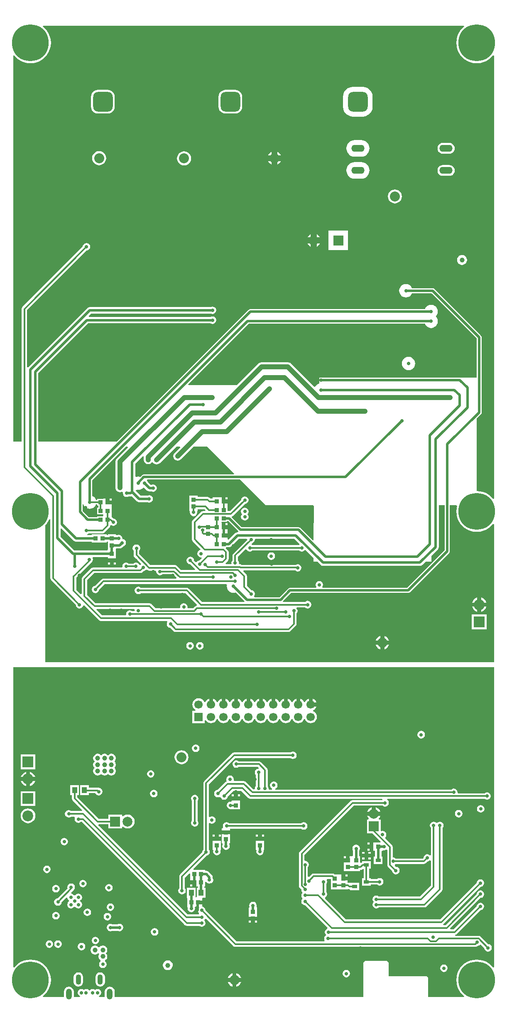
<source format=gbl>
G04 Layer_Physical_Order=4*
G04 Layer_Color=16711680*
%FSLAX44Y44*%
%MOMM*%
G71*
G01*
G75*
%ADD20R,0.8500X0.8500*%
%ADD22C,1.0000*%
%ADD29R,0.8500X0.8500*%
%ADD32R,1.0000X1.2500*%
%ADD47R,1.0000X0.7000*%
%ADD59C,0.5000*%
%ADD60C,0.3000*%
%ADD64C,1.0000*%
%ADD65O,1.1000X2.1000*%
%ADD66O,1.2000X2.2000*%
G04:AMPARAMS|DCode=67|XSize=4mm|YSize=4mm|CornerRadius=1mm|HoleSize=0mm|Usage=FLASHONLY|Rotation=180.000|XOffset=0mm|YOffset=0mm|HoleType=Round|Shape=RoundedRectangle|*
%AMROUNDEDRECTD67*
21,1,4.0000,2.0000,0,0,180.0*
21,1,2.0000,4.0000,0,0,180.0*
1,1,2.0000,-1.0000,1.0000*
1,1,2.0000,1.0000,1.0000*
1,1,2.0000,1.0000,-1.0000*
1,1,2.0000,-1.0000,-1.0000*
%
%ADD67ROUNDEDRECTD67*%
%ADD68C,4.0000*%
%ADD69R,2.2000X2.2000*%
%ADD70C,2.2000*%
%ADD71C,7.5000*%
%ADD72O,2.7000X1.4000*%
%ADD73R,2.0000X2.0000*%
%ADD74C,2.0000*%
%ADD75C,1.7000*%
%ADD76R,1.7000X1.7000*%
%ADD77R,2.0000X2.0000*%
%ADD78C,2.0320*%
%ADD79C,0.7000*%
G36*
X-81325Y1055652D02*
X-103989Y1032989D01*
X-105978Y1030012D01*
X-106676Y1026500D01*
X-106676Y1026499D01*
Y973000D01*
X-105978Y969488D01*
X-103989Y966511D01*
X-101012Y964522D01*
X-97500Y963824D01*
X-93988Y964522D01*
X-93061Y965142D01*
X-91261Y963939D01*
X-91647Y962000D01*
X-91065Y959074D01*
X-89407Y956593D01*
X-86926Y954935D01*
X-84000Y954353D01*
X-81074Y954935D01*
X-80419Y955373D01*
X-75250D01*
X-72952Y955830D01*
X-62936Y945814D01*
X-60786Y944377D01*
X-58250Y943873D01*
X-58250Y943873D01*
X-41581D01*
X-40926Y943435D01*
X-38000Y942853D01*
X-35074Y943435D01*
X-32593Y945093D01*
X-30935Y947574D01*
X-30353Y950500D01*
X-30935Y953426D01*
X-32593Y955907D01*
X-35074Y957565D01*
X-38000Y958147D01*
X-40926Y957565D01*
X-41581Y957127D01*
X-55505D01*
X-65156Y966779D01*
X-65070Y967878D01*
X-64468Y968451D01*
X-63084Y969289D01*
X-60000Y968884D01*
X-56476Y969348D01*
X-53192Y970708D01*
X-50372Y972872D01*
X-49936Y973439D01*
X-47941Y973570D01*
X-42185Y967814D01*
X-40035Y966377D01*
X-37499Y965873D01*
X-33581D01*
X-32926Y965435D01*
X-30000Y964853D01*
X-27074Y965435D01*
X-24593Y967093D01*
X-22935Y969574D01*
X-22353Y972500D01*
X-22935Y975426D01*
X-24593Y977907D01*
X-27074Y979565D01*
X-30000Y980147D01*
X-32926Y979565D01*
X-33581Y979127D01*
X-34753D01*
X-40282Y984656D01*
X-40436Y985428D01*
X-42093Y987909D01*
X-41476Y989902D01*
X147598D01*
X200000Y937500D01*
X296219D01*
X297631Y936084D01*
X297408Y866913D01*
X295559Y866151D01*
X270605Y891105D01*
X268951Y892210D01*
X267000Y892598D01*
X150612D01*
X130548Y912661D01*
X131145Y914817D01*
X131190Y914848D01*
X132965Y916035D01*
X157354Y940424D01*
X159926Y940935D01*
X162407Y942593D01*
X164065Y945074D01*
X164647Y948000D01*
X164065Y950926D01*
X162407Y953407D01*
X159926Y955065D01*
X157000Y955647D01*
X154074Y955065D01*
X151593Y953407D01*
X149935Y950926D01*
X149424Y948354D01*
X126677Y925608D01*
X122250D01*
Y936250D01*
X122250D01*
Y937250D01*
X122250D01*
Y941500D01*
X114000D01*
Y945500D01*
X110000D01*
Y953750D01*
X91750D01*
Y951108D01*
X86823D01*
X84965Y952965D01*
X83146Y954181D01*
X81000Y954608D01*
X60750D01*
Y957250D01*
X44250D01*
Y940750D01*
Y926750D01*
X44250D01*
X45201Y924750D01*
X44853Y923000D01*
X45435Y920074D01*
X47093Y917593D01*
X49574Y915935D01*
X52500Y915353D01*
X55426Y915935D01*
X57907Y917593D01*
X59565Y920074D01*
X60147Y923000D01*
X59799Y924750D01*
X60750Y926750D01*
X60750D01*
Y929392D01*
X74677D01*
X76614Y927456D01*
X75849Y925608D01*
X71500D01*
X69354Y925181D01*
X67535Y923965D01*
X51035Y907465D01*
X49819Y905646D01*
X49392Y903500D01*
Y868000D01*
X49819Y865854D01*
X51035Y864035D01*
X66652Y848418D01*
X65993Y846248D01*
X65073Y846065D01*
X62593Y844407D01*
X60935Y841926D01*
X60353Y839000D01*
X60935Y836074D01*
X62593Y833593D01*
X65073Y831935D01*
X68000Y831353D01*
X68117Y831376D01*
X69103Y829533D01*
X64646Y825077D01*
X62074Y824565D01*
X59593Y822907D01*
X59039Y822078D01*
X57049Y821882D01*
X53576Y825354D01*
X53065Y827926D01*
X51407Y830407D01*
X48926Y832065D01*
X46000Y832647D01*
X43074Y832065D01*
X40593Y830407D01*
X38935Y827926D01*
X38353Y825000D01*
X38935Y822074D01*
X40593Y819593D01*
X43074Y817935D01*
X45646Y817423D01*
X55614Y807456D01*
X54849Y805608D01*
X27322D01*
X18965Y813965D01*
X17145Y815181D01*
X14999Y815608D01*
X-35677D01*
X-58392Y838323D01*
Y844893D01*
X-56935Y847074D01*
X-56353Y850000D01*
X-56935Y852926D01*
X-58593Y855407D01*
X-61074Y857065D01*
X-64000Y857647D01*
X-66926Y857065D01*
X-69407Y855407D01*
X-71065Y852926D01*
X-71647Y850000D01*
X-71065Y847074D01*
X-69608Y844893D01*
Y836000D01*
X-69181Y833854D01*
X-67965Y832035D01*
X-54682Y818751D01*
X-54878Y816761D01*
X-55407Y816407D01*
X-55858Y815733D01*
X-57164Y815855D01*
X-58035Y816075D01*
X-59593Y818407D01*
X-62074Y820065D01*
X-65000Y820647D01*
X-67926Y820065D01*
X-70107Y818608D01*
X-79893D01*
X-82074Y820065D01*
X-85000Y820647D01*
X-87926Y820065D01*
X-90407Y818407D01*
X-92065Y815926D01*
X-92647Y813000D01*
X-92479Y812154D01*
X-93747Y810608D01*
X-152500D01*
X-154646Y810181D01*
X-156465Y808965D01*
X-173965Y791465D01*
X-175181Y789646D01*
X-175608Y787500D01*
Y757151D01*
X-177456Y756386D01*
X-186392Y765323D01*
Y790177D01*
X-156035Y820535D01*
X-155920Y820706D01*
X-154593Y821593D01*
X-152935Y824074D01*
X-152353Y827000D01*
X-152935Y829926D01*
X-153391Y830609D01*
X-152448Y832373D01*
X-122250D01*
Y829000D01*
X-105750D01*
Y830750D01*
Y847250D01*
X-105750D01*
X-105750Y847373D01*
X-104839Y849373D01*
X-98000D01*
X-95464Y849877D01*
X-93314Y851314D01*
X-90846Y853782D01*
X-90074Y853935D01*
X-87593Y855593D01*
X-85935Y858074D01*
X-85353Y861000D01*
X-85935Y863926D01*
X-87593Y866407D01*
X-90074Y868065D01*
X-92637Y868575D01*
X-92353Y870000D01*
X-92935Y872926D01*
X-94593Y875407D01*
X-97074Y877065D01*
X-100000Y877647D01*
X-102926Y877065D01*
X-103581Y876627D01*
X-105750D01*
Y878250D01*
X-122250D01*
Y876627D01*
X-124750D01*
Y878250D01*
X-155250D01*
Y876627D01*
X-164424D01*
X-164621Y878627D01*
X-163074Y878935D01*
X-160893Y880392D01*
X-133000D01*
X-130854Y880819D01*
X-129035Y882035D01*
X-119035Y892035D01*
X-117819Y893854D01*
X-117392Y896000D01*
X-115392Y896915D01*
X-113926Y895935D01*
X-111000Y895353D01*
X-108074Y895935D01*
X-105593Y897593D01*
X-103935Y900074D01*
X-103353Y903000D01*
X-103935Y905926D01*
X-105593Y908407D01*
X-108074Y910065D01*
X-110646Y910576D01*
X-112535Y912465D01*
X-114354Y913681D01*
X-114750Y913760D01*
Y916750D01*
X-114750D01*
Y917750D01*
X-114750D01*
Y934250D01*
X-114750D01*
Y935250D01*
X-114750D01*
Y939500D01*
X-123000D01*
Y943500D01*
X-127000D01*
Y951750D01*
X-131250D01*
Y950250D01*
X-143750D01*
Y947578D01*
X-145870D01*
X-147208Y950808D01*
X-149372Y953628D01*
X-152192Y955792D01*
X-153902Y956501D01*
Y988888D01*
X-85290Y1057500D01*
X-82090D01*
X-81325Y1055652D01*
D02*
G37*
G36*
X268713Y859015D02*
X268517Y857025D01*
X267893Y856608D01*
X172447D01*
X170900Y857641D01*
X170792Y858092D01*
X172044Y860260D01*
X172926Y860435D01*
X175407Y862093D01*
X177065Y864574D01*
X177647Y867500D01*
X177550Y867988D01*
X178819Y869534D01*
X258194D01*
X268713Y859015D01*
D02*
G37*
G36*
X144002Y884789D02*
X143174Y882788D01*
X142151D01*
X139615Y882284D01*
X137465Y880847D01*
X124167Y867549D01*
X122250Y868461D01*
Y872000D01*
X114000D01*
Y880000D01*
X122250D01*
Y882750D01*
X122250Y884750D01*
X122250D01*
Y889000D01*
X114000D01*
Y893000D01*
X110000D01*
Y902406D01*
X109427Y903081D01*
X109621Y903750D01*
X120750D01*
Y905402D01*
X123388D01*
X144002Y884789D01*
D02*
G37*
G36*
X135554Y1001946D02*
X134789Y1000098D01*
X-48814D01*
X-50765Y999710D01*
X-52418Y998605D01*
X-55694Y995329D01*
X-56476Y995652D01*
X-60000Y996116D01*
X-63524Y995652D01*
X-64210Y995368D01*
X-65873Y996480D01*
Y1022755D01*
X-50865Y1037763D01*
X-49022Y1036777D01*
X-49176Y1036000D01*
Y1030500D01*
X-48478Y1026988D01*
X-46489Y1024011D01*
X-43512Y1022022D01*
X-40000Y1021324D01*
X-36488Y1022022D01*
X-33511Y1024011D01*
X-32870Y1024972D01*
X-30464D01*
X-29489Y1023511D01*
X-26512Y1021522D01*
X-23000Y1020824D01*
X-19488Y1021522D01*
X-16511Y1023511D01*
X17477Y1057500D01*
X24407D01*
X25173Y1055652D01*
X13511Y1043990D01*
X11522Y1041013D01*
X10823Y1037502D01*
X11522Y1033990D01*
X13511Y1031013D01*
X16488Y1029024D01*
X19999Y1028326D01*
X23511Y1029024D01*
X26488Y1031013D01*
X52975Y1057500D01*
X80000D01*
X135554Y1001946D01*
D02*
G37*
G36*
X-170792Y937192D02*
X-168628Y934372D01*
X-165808Y932208D01*
X-162524Y930847D01*
X-159000Y930384D01*
X-155476Y930847D01*
X-152192Y932208D01*
X-149372Y934372D01*
X-147208Y937192D01*
X-146284Y939422D01*
X-143750D01*
Y936750D01*
X-141078D01*
Y932750D01*
X-143750D01*
Y919250D01*
X-132457D01*
X-131250Y917750D01*
Y917250D01*
X-132457Y915250D01*
X-143750D01*
Y913598D01*
X-161388D01*
X-173902Y926112D01*
Y939473D01*
X-171902Y939871D01*
X-170792Y937192D01*
D02*
G37*
G36*
X-191686Y865314D02*
X-189536Y863877D01*
X-187000Y863373D01*
X-155250D01*
Y861750D01*
X-124750D01*
Y863373D01*
X-122250D01*
Y847750D01*
X-122250D01*
X-122250Y847627D01*
X-123161Y845627D01*
X-190255D01*
X-218373Y873745D01*
Y889387D01*
X-216525Y890152D01*
X-191686Y865314D01*
D02*
G37*
G36*
X589945Y935929D02*
X588884Y931512D01*
X588372Y925000D01*
X588884Y918488D01*
X590409Y912136D01*
X592909Y906101D01*
X596322Y900531D01*
X600564Y895564D01*
X605532Y891322D01*
X611101Y887909D01*
X617136Y885409D01*
X623488Y883884D01*
X630000Y883372D01*
X636512Y883884D01*
X642864Y885409D01*
X648899Y887909D01*
X654469Y891322D01*
X659436Y895564D01*
X663000Y899738D01*
X665000Y899000D01*
Y617500D01*
X-250000Y617500D01*
X-250000Y896225D01*
X-246322Y900531D01*
X-242909Y906101D01*
X-241608Y909242D01*
X-239608Y908845D01*
Y789000D01*
X-239181Y786854D01*
X-237965Y785035D01*
X-187577Y734646D01*
X-187065Y732074D01*
X-185407Y729593D01*
X-182926Y727935D01*
X-180000Y727353D01*
X-177074Y727935D01*
X-174593Y729593D01*
X-172935Y732074D01*
X-172752Y732993D01*
X-170582Y733652D01*
X-140465Y703535D01*
X-138646Y702319D01*
X-136500Y701892D01*
X-1654D01*
X-585Y699892D01*
X-1565Y698426D01*
X-2147Y695500D01*
X-1565Y692574D01*
X93Y690093D01*
X2574Y688435D01*
X5146Y687923D01*
X12035Y681035D01*
X13854Y679819D01*
X16000Y679392D01*
X246000D01*
X248146Y679819D01*
X249965Y681035D01*
X260965Y692035D01*
X262181Y693854D01*
X262608Y696000D01*
Y717393D01*
X264065Y719574D01*
X264647Y722500D01*
X264065Y725426D01*
X262751Y727392D01*
X263511Y729392D01*
X279893D01*
X282074Y727935D01*
X285000Y727353D01*
X287926Y727935D01*
X290407Y729593D01*
X292065Y732074D01*
X292647Y735000D01*
X292065Y737926D01*
X290407Y740407D01*
X287926Y742065D01*
X285000Y742647D01*
X282074Y742065D01*
X279893Y740608D01*
X235646D01*
X234817Y742608D01*
X251112Y758902D01*
X490000D01*
X491951Y759290D01*
X493605Y760395D01*
X573605Y840395D01*
X574710Y842049D01*
X575098Y844000D01*
Y937500D01*
X588707D01*
X589945Y935929D01*
D02*
G37*
G36*
X-67370Y724392D02*
X-67647Y723000D01*
X-68790Y721608D01*
X-72393D01*
X-74574Y723065D01*
X-77500Y723647D01*
X-80426Y723065D01*
X-82907Y721407D01*
X-84565Y718926D01*
X-85147Y716000D01*
X-84879Y714654D01*
X-86148Y713108D01*
X-134177D01*
X-145614Y724545D01*
X-144849Y726392D01*
X-68976D01*
X-67370Y724392D01*
D02*
G37*
G36*
X-41915Y806001D02*
X-40146Y804819D01*
X-38000Y804392D01*
X-24847D01*
X-23578Y802846D01*
X-23647Y802500D01*
X-23065Y799574D01*
X-21407Y797093D01*
X-18926Y795435D01*
X-16000Y794853D01*
X-13074Y795435D01*
X-10893Y796892D01*
X10677D01*
X17614Y789956D01*
X16849Y788108D01*
X-131000D01*
X-133146Y787681D01*
X-134965Y786465D01*
X-147854Y773577D01*
X-150426Y773065D01*
X-152907Y771407D01*
X-154565Y768926D01*
X-155147Y766000D01*
X-154565Y763074D01*
X-152907Y760593D01*
X-150426Y758935D01*
X-147500Y758353D01*
X-144574Y758935D01*
X-142093Y760593D01*
X-140435Y763074D01*
X-139923Y765646D01*
X-128677Y776892D01*
X119148D01*
X120632Y774892D01*
X120317Y772500D01*
X120781Y768976D01*
X122141Y765692D01*
X124305Y762872D01*
X127125Y760708D01*
X130409Y759348D01*
X133933Y758884D01*
X137457Y759348D01*
X139168Y760056D01*
X156616Y742608D01*
X155787Y740608D01*
X69823D01*
X42465Y767965D01*
X40646Y769181D01*
X38500Y769608D01*
X-54893D01*
X-57074Y771065D01*
X-60000Y771647D01*
X-62926Y771065D01*
X-65407Y769407D01*
X-67065Y766926D01*
X-67647Y764000D01*
X-67065Y761074D01*
X-65407Y758593D01*
X-62926Y756935D01*
X-60000Y756353D01*
X-57074Y756935D01*
X-54893Y758392D01*
X36177D01*
X59597Y734972D01*
X58777Y732964D01*
X57354Y732681D01*
X55535Y731465D01*
X51677Y727608D01*
X41341D01*
X40072Y729154D01*
X40240Y730000D01*
X39658Y732926D01*
X38001Y735407D01*
X35520Y737065D01*
X32593Y737647D01*
X29667Y737065D01*
X27186Y735407D01*
X25529Y732926D01*
X24946Y730000D01*
X25115Y729154D01*
X23846Y727608D01*
X-24677D01*
X-33035Y735965D01*
X-34854Y737181D01*
X-37000Y737608D01*
X-147177D01*
X-164392Y754823D01*
Y785177D01*
X-150177Y799392D01*
X-56000D01*
X-53854Y799819D01*
X-52035Y801035D01*
X-49646Y803423D01*
X-47074Y803935D01*
X-44593Y805593D01*
X-44239Y806122D01*
X-42441Y806299D01*
X-41915Y806001D01*
D02*
G37*
G36*
X564902Y846112D02*
X487888Y769098D01*
X316148D01*
X315079Y771098D01*
X316065Y772574D01*
X316647Y775500D01*
X316065Y778426D01*
X314407Y780907D01*
X311926Y782565D01*
X309000Y783147D01*
X306074Y782565D01*
X303593Y780907D01*
X301935Y778426D01*
X301353Y775500D01*
X301935Y772574D01*
X302921Y771098D01*
X301852Y769098D01*
X249000D01*
X247049Y768710D01*
X245395Y767605D01*
X227888Y750098D01*
X176496D01*
X175745Y752098D01*
X177065Y754074D01*
X177647Y757000D01*
X177065Y759926D01*
X175407Y762407D01*
X172926Y764065D01*
X170354Y764576D01*
X161608Y773323D01*
Y793000D01*
X161181Y795146D01*
X159965Y796965D01*
X153886Y803044D01*
X154651Y804892D01*
X259393D01*
X259593Y804593D01*
X262074Y802935D01*
X265000Y802353D01*
X267926Y802935D01*
X270407Y804593D01*
X272065Y807074D01*
X272647Y810000D01*
X272065Y812926D01*
X270407Y815407D01*
X267926Y817065D01*
X265000Y817647D01*
X262074Y817065D01*
X260641Y816108D01*
X150752D01*
X149146Y817181D01*
X147000Y817608D01*
X146247D01*
X144979Y819154D01*
X145147Y820000D01*
X144565Y822926D01*
X143108Y825107D01*
Y832677D01*
X158410Y847979D01*
X160699Y847440D01*
X161933Y845593D01*
X164414Y843935D01*
X167340Y843353D01*
X170266Y843935D01*
X172447Y845392D01*
X267893D01*
X270074Y843935D01*
X273000Y843353D01*
X275926Y843935D01*
X278407Y845593D01*
X279025Y846517D01*
X281015Y846713D01*
X297290Y830438D01*
X297264Y822500D01*
X305228D01*
X311753Y815975D01*
X313903Y814538D01*
X316439Y814034D01*
X514161D01*
X516697Y814538D01*
X518847Y815975D01*
X525372Y822500D01*
X537500D01*
Y834627D01*
X550686Y847814D01*
X552123Y849964D01*
X552627Y852500D01*
Y937500D01*
X564902D01*
Y846112D01*
D02*
G37*
G36*
X161829Y868744D02*
X162103Y867534D01*
X133535Y838965D01*
X132319Y837146D01*
X131892Y835000D01*
Y825107D01*
X130435Y822926D01*
X129853Y820000D01*
X130021Y819154D01*
X128753Y817608D01*
X118367D01*
X117538Y819608D01*
X122555Y824625D01*
X123771Y826444D01*
X124198Y828590D01*
Y841910D01*
X123771Y844056D01*
X122555Y845875D01*
X118558Y849873D01*
X119386Y851873D01*
X124490D01*
X127026Y852377D01*
X129176Y853814D01*
X144896Y869534D01*
X161181D01*
X161829Y868744D01*
D02*
G37*
G36*
X604738Y1913000D02*
X600564Y1909436D01*
X596322Y1904469D01*
X592909Y1898899D01*
X590409Y1892864D01*
X588884Y1886512D01*
X588372Y1880000D01*
X588884Y1873488D01*
X590409Y1867136D01*
X592909Y1861101D01*
X596322Y1855531D01*
X600564Y1850564D01*
X605532Y1846322D01*
X611101Y1842909D01*
X617136Y1840409D01*
X623488Y1838884D01*
X630000Y1838372D01*
X636512Y1838884D01*
X642864Y1840409D01*
X648899Y1842909D01*
X654469Y1846322D01*
X659436Y1850564D01*
X663000Y1854738D01*
X665000Y1854000D01*
X665000Y951000D01*
X663000Y950262D01*
X659436Y954436D01*
X654469Y958678D01*
X648899Y962091D01*
X642864Y964591D01*
X636512Y966116D01*
X630000Y966628D01*
X629909Y966713D01*
X629967Y1114758D01*
X638605Y1123395D01*
X639710Y1125049D01*
X640098Y1127000D01*
Y1280000D01*
X639710Y1281951D01*
X638605Y1283605D01*
X543605Y1378605D01*
X541951Y1379710D01*
X540000Y1380098D01*
X498001D01*
X497292Y1381808D01*
X495128Y1384628D01*
X492308Y1386792D01*
X489024Y1388152D01*
X485500Y1388616D01*
X481976Y1388152D01*
X478692Y1386792D01*
X475872Y1384628D01*
X473708Y1381808D01*
X472347Y1378524D01*
X471884Y1375000D01*
X472347Y1371476D01*
X473708Y1368192D01*
X475872Y1365372D01*
X478692Y1363208D01*
X481976Y1361848D01*
X485500Y1361384D01*
X489024Y1361848D01*
X492308Y1363208D01*
X495128Y1365372D01*
X497292Y1368192D01*
X498001Y1369902D01*
X537888D01*
X629902Y1277888D01*
Y1197500D01*
X308976Y1197500D01*
X308976Y1185652D01*
X308976D01*
X305692Y1184292D01*
X302872Y1182128D01*
X301051Y1179755D01*
X298768Y1179209D01*
X251489Y1226489D01*
X248512Y1228478D01*
X245000Y1229176D01*
X191000D01*
X187488Y1228478D01*
X184511Y1226489D01*
X140523Y1182500D01*
X42323Y1182500D01*
X41557Y1184348D01*
X164612Y1307402D01*
X524499D01*
X525208Y1305692D01*
X527372Y1302872D01*
X530192Y1300708D01*
X533476Y1299348D01*
X537000Y1298884D01*
X540524Y1299348D01*
X543808Y1300708D01*
X546628Y1302872D01*
X548792Y1305692D01*
X550152Y1308976D01*
X550616Y1312500D01*
X550152Y1316024D01*
X548792Y1319308D01*
X546628Y1322128D01*
Y1322872D01*
X548792Y1325692D01*
X550152Y1328976D01*
X550616Y1332500D01*
X550152Y1336024D01*
X548792Y1339308D01*
X546628Y1342128D01*
X543808Y1344292D01*
X540524Y1345652D01*
X537000Y1346116D01*
X533476Y1345652D01*
X530192Y1344292D01*
X527372Y1342128D01*
X525208Y1339308D01*
X524499Y1337598D01*
X168358D01*
X166407Y1337210D01*
X164753Y1336105D01*
X-103852Y1067500D01*
X-263873Y1067500D01*
Y1206755D01*
X-162326Y1308302D01*
X87490D01*
X88145Y1307864D01*
X91071Y1307282D01*
X93997Y1307864D01*
X96478Y1309522D01*
X98136Y1312003D01*
X98718Y1314929D01*
X98136Y1317855D01*
X96478Y1320336D01*
X93997Y1321994D01*
X91071Y1322576D01*
X88145Y1321994D01*
X87490Y1321556D01*
X-160600D01*
X-161366Y1323404D01*
X-156397Y1328373D01*
X87509D01*
X88164Y1327935D01*
X91090Y1327353D01*
X94016Y1327935D01*
X96497Y1329593D01*
X98155Y1332074D01*
X98737Y1335000D01*
X98155Y1337926D01*
X96497Y1340407D01*
X94016Y1342065D01*
X91090Y1342647D01*
X88164Y1342065D01*
X87509Y1341627D01*
X-159142D01*
X-161678Y1341123D01*
X-163828Y1339686D01*
X-281757Y1221757D01*
X-281757Y1221757D01*
X-284686Y1218828D01*
X-284892Y1218520D01*
X-286892Y1219127D01*
Y1335427D01*
X-165396Y1456924D01*
X-162824Y1457435D01*
X-160343Y1459093D01*
X-158685Y1461574D01*
X-158103Y1464500D01*
X-158685Y1467426D01*
X-160343Y1469907D01*
X-162824Y1471565D01*
X-165750Y1472147D01*
X-168676Y1471565D01*
X-171157Y1469907D01*
X-172815Y1467426D01*
X-173326Y1464854D01*
X-296465Y1341715D01*
X-297681Y1339896D01*
X-298108Y1337750D01*
Y1067500D01*
X-315000D01*
X-315000Y1854000D01*
X-313000Y1854738D01*
X-309436Y1850564D01*
X-304468Y1846322D01*
X-298899Y1842909D01*
X-292864Y1840409D01*
X-286512Y1838884D01*
X-280000Y1838372D01*
X-273488Y1838884D01*
X-267136Y1840409D01*
X-261101Y1842909D01*
X-255532Y1846322D01*
X-250564Y1850564D01*
X-246322Y1855531D01*
X-242909Y1861101D01*
X-240409Y1867136D01*
X-238884Y1873488D01*
X-238372Y1880000D01*
X-238884Y1886512D01*
X-240409Y1892864D01*
X-242909Y1898899D01*
X-246322Y1904469D01*
X-250564Y1909436D01*
X-254738Y1913000D01*
X-254000Y1915000D01*
X604000Y1915000D01*
X604738Y1913000D01*
D02*
G37*
G36*
X665000Y-4000D02*
X663000Y-4738D01*
X659436Y-564D01*
X654469Y3678D01*
X648899Y7091D01*
X642864Y9591D01*
X636512Y11116D01*
X630000Y11628D01*
X623488Y11116D01*
X617136Y9591D01*
X611101Y7091D01*
X605532Y3678D01*
X600564Y-564D01*
X596322Y-5531D01*
X592909Y-11101D01*
X590409Y-17136D01*
X588884Y-23488D01*
X588372Y-30000D01*
X588884Y-36512D01*
X590409Y-42864D01*
X592909Y-48899D01*
X596322Y-54468D01*
X600564Y-59436D01*
X604738Y-63000D01*
X604000Y-65000D01*
X531078D01*
X531078Y-26500D01*
X530768Y-24939D01*
X529884Y-23616D01*
X528561Y-22732D01*
X527000Y-22422D01*
X450078Y-22422D01*
X450078Y4500D01*
X449768Y6061D01*
X448884Y7384D01*
X447561Y8268D01*
X446000Y8578D01*
X403000Y8579D01*
X401439Y8268D01*
X400116Y7384D01*
X399232Y6061D01*
X398922Y4500D01*
X398922Y-65000D01*
X-107233D01*
X-108054Y-64000D01*
Y-54000D01*
X-108830Y-50098D01*
X-111040Y-46790D01*
X-114348Y-44580D01*
X-118250Y-43804D01*
X-122152Y-44580D01*
X-125460Y-46790D01*
X-127670Y-50098D01*
X-128446Y-54000D01*
Y-64000D01*
X-129267Y-65000D01*
X-139750D01*
X-140503Y-63149D01*
X-140477Y-63000D01*
X-138093Y-61407D01*
X-136435Y-58926D01*
X-135853Y-56000D01*
X-136435Y-53074D01*
X-138093Y-50593D01*
X-140574Y-48935D01*
X-143500Y-48353D01*
X-146426Y-48935D01*
X-148250Y-50154D01*
X-150074Y-48935D01*
X-153000Y-48353D01*
X-155926Y-48935D01*
X-158407Y-50593D01*
X-158750Y-51106D01*
X-160750D01*
X-161093Y-50593D01*
X-163574Y-48935D01*
X-166500Y-48353D01*
X-169426Y-48935D01*
X-171250Y-50154D01*
X-173074Y-48935D01*
X-176000Y-48353D01*
X-178926Y-48935D01*
X-181407Y-50593D01*
X-183065Y-53074D01*
X-183647Y-56000D01*
X-183065Y-58926D01*
X-181407Y-61407D01*
X-179023Y-63000D01*
X-178997Y-63149D01*
X-179750Y-65000D01*
X-190733D01*
X-191554Y-64000D01*
Y-54000D01*
X-192330Y-50098D01*
X-194540Y-46790D01*
X-197848Y-44580D01*
X-201750Y-43804D01*
X-205652Y-44580D01*
X-208960Y-46790D01*
X-211170Y-50098D01*
X-211946Y-54000D01*
Y-64000D01*
X-212767Y-65000D01*
X-254000D01*
X-254738Y-63000D01*
X-250564Y-59436D01*
X-246322Y-54468D01*
X-242909Y-48899D01*
X-240409Y-42864D01*
X-238884Y-36512D01*
X-238372Y-30000D01*
X-238884Y-23488D01*
X-240409Y-17136D01*
X-242909Y-11101D01*
X-246322Y-5531D01*
X-250564Y-564D01*
X-255532Y3678D01*
X-261101Y7091D01*
X-267136Y9591D01*
X-273488Y11116D01*
X-280000Y11628D01*
X-286512Y11116D01*
X-292864Y9591D01*
X-298899Y7091D01*
X-304468Y3678D01*
X-309436Y-564D01*
X-313000Y-4738D01*
X-315000Y-4000D01*
Y607500D01*
X665000D01*
Y-4000D01*
D02*
G37*
%LPC*%
G36*
X-105750Y821000D02*
X-110000D01*
Y816750D01*
X-105750D01*
Y821000D01*
D02*
G37*
G36*
X-118000D02*
X-122250D01*
Y816750D01*
X-118000D01*
Y821000D01*
D02*
G37*
G36*
X122250Y953750D02*
X118000D01*
Y949500D01*
X122250D01*
Y953750D01*
D02*
G37*
G36*
X-114750Y951750D02*
X-119000D01*
Y947500D01*
X-114750D01*
Y951750D01*
D02*
G37*
G36*
X157000Y932647D02*
X154074Y932065D01*
X151593Y930407D01*
X149935Y927926D01*
X149353Y925000D01*
X149935Y922074D01*
X151593Y919593D01*
Y919407D01*
X149935Y916926D01*
X149353Y914000D01*
X149935Y911074D01*
X151593Y908593D01*
X154074Y906935D01*
X157000Y906353D01*
X159926Y906935D01*
X162407Y908593D01*
X164065Y911074D01*
X164647Y914000D01*
X164065Y916926D01*
X162407Y919407D01*
Y919593D01*
X164065Y922074D01*
X164647Y925000D01*
X164065Y927926D01*
X162407Y930407D01*
X159926Y932065D01*
X157000Y932647D01*
D02*
G37*
G36*
X122250Y901250D02*
X118000D01*
Y897000D01*
X122250D01*
Y901250D01*
D02*
G37*
G36*
X650000Y715000D02*
X620000D01*
Y685000D01*
X650000D01*
Y715000D01*
D02*
G37*
G36*
X441500Y671170D02*
Y661500D01*
X451170D01*
X449869Y664641D01*
X447599Y667599D01*
X444641Y669869D01*
X441500Y671170D01*
D02*
G37*
G36*
X433500Y671170D02*
X430359Y669869D01*
X427401Y667599D01*
X425131Y664641D01*
X423830Y661500D01*
X433500D01*
Y671170D01*
D02*
G37*
G36*
X649579Y731000D02*
X639000D01*
Y720421D01*
X642564Y721898D01*
X645698Y724302D01*
X648102Y727435D01*
X649579Y731000D01*
D02*
G37*
G36*
X639000Y749579D02*
Y739000D01*
X649579D01*
X648102Y742565D01*
X645698Y745698D01*
X642564Y748102D01*
X639000Y749579D01*
D02*
G37*
G36*
X631000Y749579D02*
X627435Y748102D01*
X624302Y745698D01*
X621897Y742565D01*
X620421Y739000D01*
X631000D01*
Y749579D01*
D02*
G37*
G36*
Y731000D02*
X620421D01*
X621897Y727435D01*
X624302Y724302D01*
X627435Y721898D01*
X631000Y720421D01*
Y731000D01*
D02*
G37*
G36*
X45500Y658647D02*
X42574Y658065D01*
X40093Y656407D01*
X38435Y653926D01*
X37853Y651000D01*
X38435Y648074D01*
X40093Y645593D01*
X42574Y643935D01*
X45500Y643353D01*
X48426Y643935D01*
X50907Y645593D01*
X52565Y648074D01*
X53147Y651000D01*
X52565Y653926D01*
X50907Y656407D01*
X48426Y658065D01*
X45500Y658647D01*
D02*
G37*
G36*
X451170Y653500D02*
X441500D01*
Y643830D01*
X444641Y645131D01*
X447599Y647401D01*
X449869Y650359D01*
X451170Y653500D01*
D02*
G37*
G36*
X433500D02*
X423830D01*
X425131Y650359D01*
X427401Y647401D01*
X430359Y645131D01*
X433500Y643830D01*
Y653500D01*
D02*
G37*
G36*
X65500Y658647D02*
X62574Y658065D01*
X60093Y656407D01*
X58435Y653926D01*
X57853Y651000D01*
X58435Y648074D01*
X60093Y645593D01*
X62574Y643935D01*
X65500Y643353D01*
X68426Y643935D01*
X70907Y645593D01*
X72565Y648074D01*
X73147Y651000D01*
X72565Y653926D01*
X70907Y656407D01*
X68426Y658065D01*
X65500Y658647D01*
D02*
G37*
G36*
X211000Y841647D02*
X208074Y841065D01*
X205593Y839407D01*
X203935Y836926D01*
X203353Y834000D01*
X203935Y831074D01*
X205593Y828593D01*
X208074Y826935D01*
X211000Y826353D01*
X213926Y826935D01*
X216407Y828593D01*
X218065Y831074D01*
X218647Y834000D01*
X218065Y836926D01*
X216407Y839407D01*
X213926Y841065D01*
X211000Y841647D01*
D02*
G37*
G36*
X367500Y1497500D02*
X327500D01*
Y1457500D01*
X367500D01*
Y1497500D01*
D02*
G37*
G36*
X599190Y1447516D02*
X597251Y1447165D01*
X595419Y1446443D01*
X593762Y1445378D01*
X592345Y1444009D01*
X591222Y1442391D01*
X590437Y1440584D01*
X590019Y1438659D01*
X590001Y1437675D01*
X589984Y1436690D01*
X590335Y1434751D01*
X591057Y1432919D01*
X592122Y1431262D01*
X593491Y1429845D01*
X595109Y1428722D01*
X596916Y1427937D01*
X598841Y1427519D01*
X599825Y1427502D01*
X600810Y1427484D01*
X602749Y1427835D01*
X604581Y1428557D01*
X606238Y1429622D01*
X607655Y1430991D01*
X608778Y1432609D01*
X609563Y1434416D01*
X609981Y1436341D01*
X609999Y1437325D01*
X610016Y1438310D01*
X609665Y1440249D01*
X608943Y1442081D01*
X607878Y1443738D01*
X606509Y1445155D01*
X604891Y1446278D01*
X603084Y1447063D01*
X601159Y1447481D01*
X600174Y1447498D01*
X599190Y1447516D01*
D02*
G37*
G36*
X490750Y1240116D02*
X487226Y1239652D01*
X483942Y1238292D01*
X481122Y1236128D01*
X478958Y1233308D01*
X477597Y1230024D01*
X477133Y1226500D01*
X477597Y1222976D01*
X478958Y1219692D01*
X481122Y1216872D01*
X483942Y1214708D01*
X487226Y1213347D01*
X490750Y1212883D01*
X494274Y1213347D01*
X497558Y1214708D01*
X500378Y1216872D01*
X502542Y1219692D01*
X503902Y1222976D01*
X504366Y1226500D01*
X503902Y1230024D01*
X502542Y1233308D01*
X500378Y1236128D01*
X497558Y1238292D01*
X494274Y1239652D01*
X490750Y1240116D01*
D02*
G37*
G36*
X291500Y1471500D02*
X284832D01*
X285271Y1470440D01*
X287515Y1467515D01*
X290440Y1465271D01*
X291500Y1464832D01*
Y1471500D01*
D02*
G37*
G36*
X303500Y1490168D02*
Y1483500D01*
X310168D01*
X309729Y1484560D01*
X307485Y1487485D01*
X304560Y1489729D01*
X303500Y1490168D01*
D02*
G37*
G36*
X291500Y1490168D02*
X290440Y1489729D01*
X287515Y1487485D01*
X285271Y1484560D01*
X284832Y1483500D01*
X291500D01*
Y1490168D01*
D02*
G37*
G36*
X310168Y1471500D02*
X303500D01*
Y1464832D01*
X304560Y1465271D01*
X307485Y1467515D01*
X309729Y1470440D01*
X310168Y1471500D01*
D02*
G37*
G36*
X223500Y1657841D02*
Y1651000D01*
X230341D01*
X229869Y1652141D01*
X227599Y1655099D01*
X224641Y1657369D01*
X223500Y1657841D01*
D02*
G37*
G36*
X211500Y1657841D02*
X210359Y1657369D01*
X207401Y1655099D01*
X205131Y1652141D01*
X204659Y1651000D01*
X211500D01*
Y1657841D01*
D02*
G37*
G36*
X394000Y1682147D02*
X381000D01*
X376562Y1681562D01*
X372427Y1679850D01*
X368876Y1677125D01*
X366151Y1673573D01*
X364438Y1669438D01*
X363853Y1665000D01*
X364438Y1660562D01*
X366151Y1656427D01*
X368876Y1652876D01*
X372427Y1650151D01*
X376562Y1648438D01*
X381000Y1647853D01*
X394000D01*
X398438Y1648438D01*
X402573Y1650151D01*
X406125Y1652876D01*
X408849Y1656427D01*
X410563Y1660562D01*
X411147Y1665000D01*
X410563Y1669438D01*
X408849Y1673573D01*
X406125Y1677125D01*
X402573Y1679850D01*
X398438Y1681562D01*
X394000Y1682147D01*
D02*
G37*
G36*
X574000Y1676095D02*
X561000D01*
X558128Y1675717D01*
X555453Y1674608D01*
X553155Y1672845D01*
X551391Y1670547D01*
X550283Y1667872D01*
X549905Y1665000D01*
X550283Y1662128D01*
X551391Y1659453D01*
X553155Y1657155D01*
X555453Y1655392D01*
X558128Y1654283D01*
X561000Y1653905D01*
X574000D01*
X576872Y1654283D01*
X579548Y1655392D01*
X581845Y1657155D01*
X583609Y1659453D01*
X584717Y1662128D01*
X585095Y1665000D01*
X584717Y1667872D01*
X583609Y1670547D01*
X581845Y1672845D01*
X579548Y1674608D01*
X576872Y1675717D01*
X574000Y1676095D01*
D02*
G37*
G36*
X137500Y1784121D02*
X117500D01*
X113845Y1783640D01*
X110440Y1782229D01*
X107515Y1779985D01*
X105271Y1777060D01*
X103860Y1773655D01*
X103379Y1770000D01*
Y1750000D01*
X103860Y1746345D01*
X105271Y1742940D01*
X107515Y1740015D01*
X110440Y1737771D01*
X113845Y1736360D01*
X117500Y1735879D01*
X137500D01*
X141155Y1736360D01*
X144560Y1737771D01*
X147485Y1740015D01*
X149729Y1742940D01*
X151140Y1746345D01*
X151621Y1750000D01*
Y1770000D01*
X151140Y1773655D01*
X149729Y1777060D01*
X147485Y1779985D01*
X144560Y1782229D01*
X141155Y1783640D01*
X137500Y1784121D01*
D02*
G37*
G36*
X-122500Y1784121D02*
X-142500D01*
X-146155Y1783640D01*
X-149560Y1782229D01*
X-152485Y1779985D01*
X-154729Y1777060D01*
X-156140Y1773655D01*
X-156621Y1770000D01*
Y1750000D01*
X-156140Y1746345D01*
X-154729Y1742940D01*
X-152485Y1740015D01*
X-149560Y1737771D01*
X-146155Y1736360D01*
X-142500Y1735879D01*
X-122500D01*
X-118845Y1736360D01*
X-115440Y1737771D01*
X-112515Y1740015D01*
X-110271Y1742940D01*
X-108860Y1746345D01*
X-108379Y1750000D01*
Y1770000D01*
X-108860Y1773655D01*
X-110271Y1777060D01*
X-112515Y1779985D01*
X-115440Y1782229D01*
X-118845Y1783640D01*
X-122500Y1784121D01*
D02*
G37*
G36*
X397500Y1790172D02*
X377500D01*
X372279Y1789485D01*
X367414Y1787470D01*
X363236Y1784264D01*
X360030Y1780086D01*
X358015Y1775221D01*
X357327Y1770000D01*
Y1750000D01*
X358015Y1744779D01*
X360030Y1739914D01*
X363236Y1735736D01*
X367414Y1732530D01*
X372279Y1730515D01*
X377500Y1729827D01*
X397500D01*
X402721Y1730515D01*
X407586Y1732530D01*
X411764Y1735736D01*
X414970Y1739914D01*
X416985Y1744779D01*
X417673Y1750000D01*
Y1770000D01*
X416985Y1775221D01*
X414970Y1780086D01*
X411764Y1784264D01*
X407586Y1787470D01*
X402721Y1789485D01*
X397500Y1790172D01*
D02*
G37*
G36*
X574000Y1631095D02*
X561000D01*
X558128Y1630717D01*
X555453Y1629608D01*
X553155Y1627845D01*
X551391Y1625547D01*
X550283Y1622872D01*
X549905Y1620000D01*
X550283Y1617128D01*
X551391Y1614453D01*
X553155Y1612155D01*
X555453Y1610392D01*
X558128Y1609283D01*
X561000Y1608905D01*
X574000D01*
X576872Y1609283D01*
X579548Y1610392D01*
X581845Y1612155D01*
X583609Y1614453D01*
X584717Y1617128D01*
X585095Y1620000D01*
X584717Y1622872D01*
X583609Y1625547D01*
X581845Y1627845D01*
X579548Y1629608D01*
X576872Y1630717D01*
X574000Y1631095D01*
D02*
G37*
G36*
X394000Y1637147D02*
X381000D01*
X376562Y1636562D01*
X372427Y1634850D01*
X368876Y1632124D01*
X366151Y1628573D01*
X364438Y1624438D01*
X363853Y1620000D01*
X364438Y1615562D01*
X366151Y1611427D01*
X368876Y1607876D01*
X372427Y1605151D01*
X376562Y1603438D01*
X381000Y1602853D01*
X394000D01*
X398438Y1603438D01*
X402573Y1605151D01*
X406125Y1607876D01*
X408849Y1611427D01*
X410563Y1615562D01*
X411147Y1620000D01*
X410563Y1624438D01*
X408849Y1628573D01*
X406125Y1632124D01*
X402573Y1634850D01*
X398438Y1636562D01*
X394000Y1637147D01*
D02*
G37*
G36*
X463000Y1581282D02*
X459304Y1580795D01*
X455859Y1579369D01*
X452901Y1577099D01*
X450631Y1574141D01*
X449204Y1570697D01*
X448718Y1567000D01*
X449204Y1563304D01*
X450631Y1559859D01*
X452901Y1556901D01*
X455859Y1554631D01*
X459304Y1553204D01*
X463000Y1552718D01*
X466697Y1553204D01*
X470141Y1554631D01*
X473099Y1556901D01*
X475369Y1559859D01*
X476796Y1563304D01*
X477282Y1567000D01*
X476796Y1570697D01*
X475369Y1574141D01*
X473099Y1577099D01*
X470141Y1579369D01*
X466697Y1580795D01*
X463000Y1581282D01*
D02*
G37*
G36*
X33211Y1658782D02*
X29515Y1658295D01*
X26070Y1656869D01*
X23112Y1654599D01*
X20843Y1651641D01*
X19416Y1648196D01*
X18929Y1644500D01*
X19416Y1640803D01*
X20843Y1637359D01*
X23112Y1634401D01*
X26070Y1632131D01*
X29515Y1630704D01*
X33211Y1630218D01*
X36908Y1630704D01*
X40353Y1632131D01*
X43310Y1634401D01*
X45580Y1637359D01*
X47007Y1640803D01*
X47494Y1644500D01*
X47007Y1648196D01*
X45580Y1651641D01*
X43310Y1654599D01*
X40353Y1656869D01*
X36908Y1658295D01*
X33211Y1658782D01*
D02*
G37*
G36*
X211500Y1639000D02*
X204659D01*
X205131Y1637859D01*
X207401Y1634901D01*
X210359Y1632631D01*
X211500Y1632159D01*
Y1639000D01*
D02*
G37*
G36*
X230341D02*
X223500D01*
Y1632159D01*
X224641Y1632631D01*
X227599Y1634901D01*
X229869Y1637859D01*
X230341Y1639000D01*
D02*
G37*
G36*
X-140000Y1659282D02*
X-143696Y1658795D01*
X-147141Y1657369D01*
X-150099Y1655099D01*
X-152369Y1652141D01*
X-153795Y1648696D01*
X-154282Y1645000D01*
X-153795Y1641304D01*
X-152369Y1637859D01*
X-150099Y1634901D01*
X-147141Y1632631D01*
X-143696Y1631205D01*
X-140000Y1630718D01*
X-136304Y1631205D01*
X-132859Y1632631D01*
X-129901Y1634901D01*
X-127631Y1637859D01*
X-126205Y1641304D01*
X-125718Y1645000D01*
X-126205Y1648696D01*
X-127631Y1652141D01*
X-129901Y1655099D01*
X-132859Y1657369D01*
X-136304Y1658795D01*
X-140000Y1659282D01*
D02*
G37*
G36*
X414000Y231000D02*
X409000D01*
Y227500D01*
X414000D01*
Y231000D01*
D02*
G37*
G36*
X196250Y254000D02*
X188000D01*
X179750D01*
Y249750D01*
Y235750D01*
X179750Y235750D01*
X180701Y233750D01*
X180353Y232000D01*
X180935Y229074D01*
X182593Y226593D01*
X185074Y224935D01*
X188000Y224353D01*
X190926Y224935D01*
X193407Y226593D01*
X195065Y229074D01*
X195647Y232000D01*
X195299Y233750D01*
X196250Y235750D01*
X196250D01*
Y249750D01*
Y254000D01*
D02*
G37*
G36*
X401000Y231000D02*
X396000D01*
Y227500D01*
X401000D01*
Y231000D01*
D02*
G37*
G36*
X108250Y254000D02*
X100000D01*
X91750D01*
Y249750D01*
Y235750D01*
X91750D01*
X92701Y233750D01*
X92353Y232000D01*
X92935Y229074D01*
X94593Y226593D01*
X97074Y224935D01*
X100000Y224353D01*
X102926Y224935D01*
X105407Y226593D01*
X107065Y229074D01*
X107647Y232000D01*
X107299Y233750D01*
X108250Y235750D01*
X108250D01*
Y249750D01*
Y254000D01*
D02*
G37*
G36*
X126840Y266953D02*
X118590D01*
X110340D01*
Y262703D01*
Y248703D01*
X111963D01*
Y246581D01*
X111525Y245926D01*
X110943Y243000D01*
X111525Y240074D01*
X113183Y237593D01*
X115663Y235935D01*
X118590Y235353D01*
X121516Y235935D01*
X123997Y237593D01*
X125655Y240074D01*
X126237Y243000D01*
X125655Y245926D01*
X125217Y246581D01*
Y248703D01*
X126840D01*
Y262703D01*
Y266953D01*
D02*
G37*
G36*
X411000Y238000D02*
X406750D01*
Y233750D01*
X411000D01*
Y238000D01*
D02*
G37*
G36*
X-246469Y203147D02*
X-249395Y202565D01*
X-251876Y200907D01*
X-253534Y198426D01*
X-254116Y195500D01*
X-253534Y192574D01*
X-251876Y190093D01*
X-249395Y188435D01*
X-246469Y187853D01*
X-243543Y188435D01*
X-241062Y190093D01*
X-239404Y192574D01*
X-238822Y195500D01*
X-239404Y198426D01*
X-241062Y200907D01*
X-243543Y202565D01*
X-246469Y203147D01*
D02*
G37*
G36*
X366250Y185234D02*
X362000D01*
Y180984D01*
X366250D01*
Y185234D01*
D02*
G37*
G36*
X-182250Y-14314D02*
X-185957Y-15051D01*
X-189099Y-17151D01*
X-191199Y-20293D01*
X-191936Y-24000D01*
Y-34000D01*
X-191199Y-37707D01*
X-189099Y-40849D01*
X-185957Y-42949D01*
X-182250Y-43686D01*
X-178543Y-42949D01*
X-175401Y-40849D01*
X-173301Y-37707D01*
X-172564Y-34000D01*
Y-24000D01*
X-173301Y-20293D01*
X-175401Y-17151D01*
X-178543Y-15051D01*
X-182250Y-14314D01*
D02*
G37*
G36*
X401000Y219500D02*
X396000D01*
Y216000D01*
X401000D01*
Y219500D01*
D02*
G37*
G36*
X384000Y245647D02*
X381074Y245065D01*
X378593Y243407D01*
X376935Y240926D01*
X376353Y238000D01*
X376935Y235074D01*
X377373Y234419D01*
Y223161D01*
X375750Y222250D01*
X375250D01*
Y222250D01*
X371000D01*
Y214000D01*
X367000D01*
Y210000D01*
X358750D01*
Y205750D01*
Y191750D01*
X375250D01*
Y191750D01*
X375750D01*
Y191750D01*
X392250D01*
Y194392D01*
X393000D01*
X395146Y194819D01*
X396965Y196035D01*
X397392Y196462D01*
X399392Y195700D01*
Y177484D01*
X396000D01*
Y162484D01*
X414000D01*
Y164377D01*
X426917D01*
X429074Y162935D01*
X432000Y162353D01*
X434926Y162935D01*
X437407Y164593D01*
X439065Y167074D01*
X439647Y170000D01*
X439065Y172926D01*
X437407Y175407D01*
X434926Y177065D01*
X432000Y177647D01*
X429074Y177065D01*
X426869Y175592D01*
X414000D01*
Y177484D01*
X410608D01*
Y197000D01*
X414000D01*
Y212000D01*
X396000D01*
Y209809D01*
X395354Y209681D01*
X394250Y208943D01*
X392250Y209868D01*
Y222250D01*
X390627D01*
Y234419D01*
X391065Y235074D01*
X391647Y238000D01*
X391065Y240926D01*
X389407Y243407D01*
X386926Y245065D01*
X384000Y245647D01*
D02*
G37*
G36*
X363000Y222250D02*
X358750D01*
Y218000D01*
X363000D01*
Y222250D01*
D02*
G37*
G36*
X414000Y219500D02*
X409000D01*
Y216000D01*
X414000D01*
Y219500D01*
D02*
G37*
G36*
X593038Y316609D02*
X590112Y316026D01*
X587631Y314369D01*
X585974Y311888D01*
X585392Y308962D01*
X585974Y306035D01*
X587631Y303554D01*
X590112Y301897D01*
X593038Y301315D01*
X595965Y301897D01*
X598446Y303554D01*
X600103Y306035D01*
X600685Y308962D01*
X600103Y311888D01*
X598446Y314369D01*
X595965Y316026D01*
X593038Y316609D01*
D02*
G37*
G36*
X277000Y291647D02*
X274074Y291065D01*
X271893Y289608D01*
X125107D01*
X122926Y291065D01*
X120000Y291647D01*
X117074Y291065D01*
X114593Y289407D01*
X112935Y286926D01*
X112353Y284000D01*
X112909Y281203D01*
X112900Y280768D01*
X112064Y279203D01*
X110340D01*
Y274953D01*
X118590D01*
X126840D01*
Y278392D01*
X271893D01*
X274074Y276935D01*
X277000Y276353D01*
X279926Y276935D01*
X282407Y278593D01*
X284065Y281074D01*
X284647Y284000D01*
X284065Y286926D01*
X282407Y289407D01*
X279926Y291065D01*
X277000Y291647D01*
D02*
G37*
G36*
X-285000Y319790D02*
X-288916Y319274D01*
X-292565Y317763D01*
X-295698Y315358D01*
X-298102Y312225D01*
X-299614Y308576D01*
X-300129Y304660D01*
X-299614Y300744D01*
X-298102Y297096D01*
X-295698Y293962D01*
X-292565Y291558D01*
X-288916Y290046D01*
X-285000Y289531D01*
X-281084Y290046D01*
X-277435Y291558D01*
X-274302Y293962D01*
X-271897Y297096D01*
X-270386Y300744D01*
X-269870Y304660D01*
X-270386Y308576D01*
X-271897Y312225D01*
X-274302Y315358D01*
X-277435Y317763D01*
X-281084Y319274D01*
X-285000Y319790D01*
D02*
G37*
G36*
X638000Y326473D02*
X635074Y325891D01*
X632593Y324233D01*
X630935Y321752D01*
X630353Y318826D01*
X630935Y315900D01*
X632593Y313419D01*
X635074Y311761D01*
X638000Y311179D01*
X640926Y311761D01*
X643407Y313419D01*
X645065Y315900D01*
X645647Y318826D01*
X645065Y321752D01*
X643407Y324233D01*
X640926Y325891D01*
X638000Y326473D01*
D02*
G37*
G36*
X-270000Y354660D02*
X-300000D01*
Y324660D01*
X-270000D01*
Y354660D01*
D02*
G37*
G36*
X424000Y322128D02*
Y312631D01*
X433497D01*
X432229Y315692D01*
X429985Y318616D01*
X427060Y320860D01*
X424000Y322128D01*
D02*
G37*
G36*
X416000Y322128D02*
X412940Y320860D01*
X410015Y318616D01*
X407771Y315692D01*
X406503Y312631D01*
X416000D01*
Y322128D01*
D02*
G37*
G36*
X184000Y266250D02*
X179750D01*
Y262000D01*
X184000D01*
Y266250D01*
D02*
G37*
G36*
X411000Y250250D02*
X406750D01*
Y246000D01*
X411000D01*
Y250250D01*
D02*
G37*
G36*
X-211000Y259647D02*
X-213926Y259065D01*
X-216407Y257407D01*
X-218065Y254926D01*
X-218647Y252000D01*
X-218065Y249074D01*
X-216407Y246593D01*
X-213926Y244935D01*
X-211000Y244353D01*
X-208074Y244935D01*
X-205593Y246593D01*
X-203935Y249074D01*
X-203353Y252000D01*
X-203935Y254926D01*
X-205593Y257407D01*
X-208074Y259065D01*
X-211000Y259647D01*
D02*
G37*
G36*
X96000Y266250D02*
X91750D01*
Y262000D01*
X96000D01*
Y266250D01*
D02*
G37*
G36*
X55000Y347647D02*
X52074Y347065D01*
X49593Y345407D01*
X47935Y342926D01*
X47353Y340000D01*
X47935Y337074D01*
X49392Y334893D01*
Y295107D01*
X47935Y292926D01*
X47353Y290000D01*
X47935Y287074D01*
X49593Y284593D01*
X52074Y282935D01*
X55000Y282353D01*
X57926Y282935D01*
X60407Y284593D01*
X62065Y287074D01*
X62647Y290000D01*
X62065Y292926D01*
X60608Y295107D01*
Y334893D01*
X62065Y337074D01*
X62647Y340000D01*
X62065Y342926D01*
X60407Y345407D01*
X57926Y347065D01*
X55000Y347647D01*
D02*
G37*
G36*
X196250Y266250D02*
X192000D01*
Y262000D01*
X196250D01*
Y266250D01*
D02*
G37*
G36*
X108250D02*
X104000D01*
Y262000D01*
X108250D01*
Y266250D01*
D02*
G37*
G36*
X-123000Y106647D02*
X-125926Y106065D01*
X-128407Y104407D01*
X-130065Y101926D01*
X-130647Y99000D01*
X-130065Y96074D01*
X-128407Y93593D01*
X-125926Y91935D01*
X-123000Y91353D01*
X-120074Y91935D01*
X-117593Y93593D01*
X-115935Y96074D01*
X-115353Y99000D01*
X-115935Y101926D01*
X-117593Y104407D01*
X-120074Y106065D01*
X-123000Y106647D01*
D02*
G37*
G36*
X181840Y90953D02*
X177590D01*
Y86703D01*
X181840D01*
Y90953D01*
D02*
G37*
G36*
X169590D02*
X165340D01*
Y86703D01*
X169590D01*
Y90953D01*
D02*
G37*
G36*
X-228000Y108647D02*
X-230926Y108065D01*
X-233407Y106407D01*
X-235065Y103926D01*
X-235647Y101000D01*
X-235065Y98074D01*
X-233407Y95593D01*
X-230926Y93935D01*
X-228000Y93353D01*
X-225074Y93935D01*
X-222593Y95593D01*
X-220935Y98074D01*
X-220353Y101000D01*
X-220935Y103926D01*
X-222593Y106407D01*
X-225074Y108065D01*
X-228000Y108647D01*
D02*
G37*
G36*
X-810Y10016D02*
X-2749Y9665D01*
X-4581Y8943D01*
X-6238Y7878D01*
X-7655Y6509D01*
X-8778Y4891D01*
X-9563Y3084D01*
X-9981Y1159D01*
X-9998Y174D01*
X-10016Y-810D01*
X-9665Y-2749D01*
X-8943Y-4581D01*
X-7878Y-6238D01*
X-6509Y-7655D01*
X-4891Y-8778D01*
X-3084Y-9563D01*
X-1159Y-9981D01*
X-174Y-9998D01*
X810Y-10016D01*
X2749Y-9665D01*
X4581Y-8943D01*
X6238Y-7878D01*
X7655Y-6509D01*
X8778Y-4891D01*
X9563Y-3084D01*
X9981Y-1159D01*
X9998Y-175D01*
X10016Y810D01*
X9665Y2749D01*
X8943Y4581D01*
X7878Y6238D01*
X6509Y7655D01*
X4891Y8778D01*
X3084Y9563D01*
X1159Y9981D01*
X174Y9998D01*
X-810Y10016D01*
D02*
G37*
G36*
X-164000Y115647D02*
X-166926Y115065D01*
X-169407Y113407D01*
X-171065Y110926D01*
X-171647Y108000D01*
X-171065Y105074D01*
X-169407Y102593D01*
X-166926Y100935D01*
X-164000Y100353D01*
X-161074Y100935D01*
X-158593Y102593D01*
X-156935Y105074D01*
X-156353Y108000D01*
X-156935Y110926D01*
X-158593Y113407D01*
X-161074Y115065D01*
X-164000Y115647D01*
D02*
G37*
G36*
X173590Y129600D02*
X170664Y129018D01*
X168183Y127360D01*
X166525Y124880D01*
X165943Y121953D01*
X166490Y119203D01*
X166450Y118907D01*
X165386Y117203D01*
X165340D01*
Y100703D01*
Y98953D01*
X181840D01*
Y100703D01*
Y117203D01*
X181794D01*
X180730Y118907D01*
X180690Y119203D01*
X181237Y121953D01*
X180655Y124880D01*
X178997Y127360D01*
X176516Y129018D01*
X173590Y129600D01*
D02*
G37*
G36*
X-223969Y50647D02*
X-226895Y50065D01*
X-229376Y48407D01*
X-231034Y45926D01*
X-231616Y43000D01*
X-231034Y40074D01*
X-229376Y37593D01*
X-226895Y35935D01*
X-223969Y35353D01*
X-221043Y35935D01*
X-218562Y37593D01*
X-216904Y40074D01*
X-216322Y43000D01*
X-216904Y45926D01*
X-218562Y48407D01*
X-221043Y50065D01*
X-223969Y50647D01*
D02*
G37*
G36*
X-241469D02*
X-244395Y50065D01*
X-246876Y48407D01*
X-248534Y45926D01*
X-249116Y43000D01*
X-248534Y40074D01*
X-246876Y37593D01*
X-244395Y35935D01*
X-241469Y35353D01*
X-238543Y35935D01*
X-236062Y37593D01*
X-234404Y40074D01*
X-233822Y43000D01*
X-234404Y45926D01*
X-236062Y48407D01*
X-238543Y50065D01*
X-241469Y50647D01*
D02*
G37*
G36*
X-176000Y45647D02*
X-178926Y45065D01*
X-181407Y43407D01*
X-183065Y40926D01*
X-183647Y38000D01*
X-183065Y35074D01*
X-181407Y32593D01*
X-178926Y30935D01*
X-176000Y30353D01*
X-173074Y30935D01*
X-170593Y32593D01*
X-168935Y35074D01*
X-168353Y38000D01*
X-168935Y40926D01*
X-170593Y43407D01*
X-173074Y45065D01*
X-176000Y45647D01*
D02*
G37*
G36*
X-132500Y40176D02*
X-136012Y39478D01*
X-138989Y37489D01*
X-139500Y36723D01*
X-141500D01*
X-142011Y37489D01*
X-144988Y39478D01*
X-148500Y40176D01*
X-152012Y39478D01*
X-154989Y37489D01*
X-156978Y34512D01*
X-157676Y31000D01*
X-156978Y27488D01*
X-154989Y24511D01*
X-152012Y22522D01*
X-148500Y21824D01*
X-144988Y22522D01*
X-142538Y24159D01*
X-140597Y23992D01*
X-140080Y23803D01*
X-139798Y23277D01*
X-140978Y21512D01*
X-141676Y18000D01*
X-140978Y14488D01*
X-138989Y11511D01*
X-137177Y10301D01*
Y7895D01*
X-137907Y7407D01*
X-139565Y4926D01*
X-140147Y2000D01*
X-139565Y-926D01*
X-137907Y-3407D01*
X-135426Y-5065D01*
X-132500Y-5647D01*
X-129574Y-5065D01*
X-127093Y-3407D01*
X-125435Y-926D01*
X-124853Y2000D01*
X-125435Y4926D01*
X-127093Y7407D01*
X-127823Y7895D01*
Y10301D01*
X-126011Y11511D01*
X-124022Y14488D01*
X-123324Y18000D01*
X-124022Y21512D01*
X-126011Y24489D01*
Y24511D01*
X-124022Y27488D01*
X-123324Y31000D01*
X-124022Y34512D01*
X-126011Y37489D01*
X-128988Y39478D01*
X-132500Y40176D01*
D02*
G37*
G36*
X-98500Y84647D02*
X-101426Y84065D01*
X-102081Y83627D01*
X-113419D01*
X-114074Y84065D01*
X-117000Y84647D01*
X-119926Y84065D01*
X-122407Y82407D01*
X-124065Y79926D01*
X-124647Y77000D01*
X-124065Y74074D01*
X-122407Y71593D01*
X-119926Y69935D01*
X-117000Y69353D01*
X-114074Y69935D01*
X-113419Y70373D01*
X-102081D01*
X-101426Y69935D01*
X-98500Y69353D01*
X-95574Y69935D01*
X-93093Y71593D01*
X-91435Y74074D01*
X-90853Y77000D01*
X-91435Y79926D01*
X-93093Y82407D01*
X-95574Y84065D01*
X-98500Y84647D01*
D02*
G37*
G36*
X-27000Y75647D02*
X-29926Y75065D01*
X-32407Y73407D01*
X-34065Y70926D01*
X-34647Y68000D01*
X-34065Y65074D01*
X-32407Y62593D01*
X-29926Y60935D01*
X-27000Y60353D01*
X-24074Y60935D01*
X-21593Y62593D01*
X-19935Y65074D01*
X-19353Y68000D01*
X-19935Y70926D01*
X-21593Y73407D01*
X-24074Y75065D01*
X-27000Y75647D01*
D02*
G37*
G36*
X-147500Y58147D02*
X-150426Y57565D01*
X-152907Y55907D01*
X-154565Y53426D01*
X-155147Y50500D01*
X-154565Y47574D01*
X-152907Y45093D01*
X-150426Y43435D01*
X-147500Y42853D01*
X-144574Y43435D01*
X-142093Y45093D01*
X-140435Y47574D01*
X-139853Y50500D01*
X-140435Y53426D01*
X-142093Y55907D01*
X-144574Y57565D01*
X-147500Y58147D01*
D02*
G37*
G36*
X-228000Y163647D02*
X-230926Y163065D01*
X-233407Y161407D01*
X-235065Y158926D01*
X-235647Y156000D01*
X-235065Y153074D01*
X-233407Y150593D01*
X-230926Y148935D01*
X-228000Y148353D01*
X-225074Y148935D01*
X-222593Y150593D01*
X-220935Y153074D01*
X-220353Y156000D01*
X-220935Y158926D01*
X-222593Y161407D01*
X-225074Y163065D01*
X-228000Y163647D01*
D02*
G37*
G36*
X132000Y-34000D02*
X122330D01*
X123631Y-37141D01*
X125901Y-40099D01*
X128859Y-42369D01*
X132000Y-43670D01*
Y-34000D01*
D02*
G37*
G36*
X149670D02*
X140000D01*
Y-43670D01*
X143141Y-42369D01*
X146099Y-40099D01*
X148369Y-37141D01*
X149670Y-34000D01*
D02*
G37*
G36*
X-120000Y165647D02*
X-122926Y165065D01*
X-125407Y163407D01*
X-127065Y160926D01*
X-127647Y158000D01*
X-127065Y155074D01*
X-125407Y152593D01*
X-122926Y150935D01*
X-120000Y150353D01*
X-117074Y150935D01*
X-114593Y152593D01*
X-112935Y155074D01*
X-112353Y158000D01*
X-112935Y160926D01*
X-114593Y163407D01*
X-117074Y165065D01*
X-120000Y165647D01*
D02*
G37*
G36*
X50000Y165000D02*
X45750D01*
Y160750D01*
X50000D01*
Y165000D01*
D02*
G37*
G36*
X-172919Y174147D02*
X-175845Y173565D01*
X-178326Y171907D01*
X-179984Y169426D01*
X-180566Y166500D01*
X-179984Y163574D01*
X-178326Y161093D01*
X-175845Y159435D01*
X-172919Y158853D01*
X-169993Y159435D01*
X-167512Y161093D01*
X-165854Y163574D01*
X-165272Y166500D01*
X-165854Y169426D01*
X-167512Y171907D01*
X-169993Y173565D01*
X-172919Y174147D01*
D02*
G37*
G36*
X-137750Y-14314D02*
X-141457Y-15051D01*
X-144599Y-17151D01*
X-146699Y-20293D01*
X-147436Y-24000D01*
Y-34000D01*
X-146699Y-37707D01*
X-144599Y-40849D01*
X-141457Y-42949D01*
X-137750Y-43686D01*
X-134043Y-42949D01*
X-130901Y-40849D01*
X-128801Y-37707D01*
X-128064Y-34000D01*
Y-24000D01*
X-128801Y-20293D01*
X-130901Y-17151D01*
X-134043Y-15051D01*
X-137750Y-14314D01*
D02*
G37*
G36*
X563000Y1647D02*
X560074Y1065D01*
X557593Y-593D01*
X555935Y-3074D01*
X555353Y-6000D01*
X555935Y-8926D01*
X557593Y-11407D01*
X560074Y-13065D01*
X563000Y-13647D01*
X565926Y-13065D01*
X568407Y-11407D01*
X570065Y-8926D01*
X570647Y-6000D01*
X570065Y-3074D01*
X568407Y-593D01*
X565926Y1065D01*
X563000Y1647D01*
D02*
G37*
G36*
X-197000Y166647D02*
X-199926Y166065D01*
X-202407Y164407D01*
X-204065Y161926D01*
X-204647Y159000D01*
X-204196Y156734D01*
X-224354Y136576D01*
X-226926Y136065D01*
X-229407Y134407D01*
X-231065Y131926D01*
X-231647Y129000D01*
X-231065Y126074D01*
X-229407Y123593D01*
X-226926Y121935D01*
X-224000Y121353D01*
X-221074Y121935D01*
X-218593Y123593D01*
X-216935Y126074D01*
X-216423Y128646D01*
X-207058Y138012D01*
X-204888Y137353D01*
X-204534Y135574D01*
X-202876Y133093D01*
X-201544Y132203D01*
Y129797D01*
X-202876Y128907D01*
X-204534Y126426D01*
X-205116Y123500D01*
X-204534Y120574D01*
X-202876Y118093D01*
X-200395Y116435D01*
X-197469Y115853D01*
X-194543Y116435D01*
X-192062Y118093D01*
X-191172Y119425D01*
X-188766D01*
X-187876Y118093D01*
X-185395Y116435D01*
X-182469Y115853D01*
X-179543Y116435D01*
X-177062Y118093D01*
X-175404Y120574D01*
X-174822Y123500D01*
X-175404Y126426D01*
X-177062Y128907D01*
X-178394Y129797D01*
Y132203D01*
X-177062Y133093D01*
X-175404Y135574D01*
X-174822Y138500D01*
X-175404Y141426D01*
X-177062Y143907D01*
X-179543Y145565D01*
X-182469Y146147D01*
X-185395Y145565D01*
X-187876Y143907D01*
X-188766Y142575D01*
X-191172D01*
X-192062Y143907D01*
X-194543Y145565D01*
X-196322Y145919D01*
X-196980Y148089D01*
X-193035Y152035D01*
X-192317Y153109D01*
X-191593Y153593D01*
X-189935Y156074D01*
X-189353Y159000D01*
X-189935Y161926D01*
X-191593Y164407D01*
X-194074Y166065D01*
X-197000Y166647D01*
D02*
G37*
G36*
X-117000Y126147D02*
X-119926Y125565D01*
X-122407Y123907D01*
X-124065Y121426D01*
X-124647Y118500D01*
X-124065Y115574D01*
X-122407Y113093D01*
X-119926Y111435D01*
X-117000Y110853D01*
X-114074Y111435D01*
X-111593Y113093D01*
X-109935Y115574D01*
X-109353Y118500D01*
X-109935Y121426D01*
X-111593Y123907D01*
X-114074Y125565D01*
X-117000Y126147D01*
D02*
G37*
G36*
X364000Y-9353D02*
X361074Y-9935D01*
X358593Y-11593D01*
X356935Y-14074D01*
X356353Y-17000D01*
X356935Y-19926D01*
X358593Y-22407D01*
X361074Y-24065D01*
X364000Y-24647D01*
X366926Y-24065D01*
X369407Y-22407D01*
X371065Y-19926D01*
X371647Y-17000D01*
X371065Y-14074D01*
X369407Y-11593D01*
X366926Y-9935D01*
X364000Y-9353D01*
D02*
G37*
G36*
X433497Y304631D02*
X420000D01*
X406503D01*
X407771Y301571D01*
X409566Y299231D01*
X408771Y297231D01*
X406000D01*
Y269231D01*
X416838D01*
X433972Y252098D01*
X433206Y250250D01*
X419000D01*
Y242000D01*
Y233750D01*
X422373D01*
Y221500D01*
X420000D01*
Y206500D01*
X438000D01*
Y221500D01*
X435627D01*
Y232626D01*
X437250Y233750D01*
X439250Y234701D01*
X441000Y234353D01*
X443926Y234935D01*
X445392Y235915D01*
X447392Y234846D01*
Y205000D01*
X447819Y202854D01*
X449035Y201035D01*
X457424Y192646D01*
X457935Y190074D01*
X459593Y187593D01*
X462074Y185935D01*
X465000Y185353D01*
X467926Y185935D01*
X470407Y187593D01*
X472065Y190074D01*
X472647Y193000D01*
X472065Y195926D01*
X470407Y198407D01*
X467926Y200065D01*
X465354Y200576D01*
X462887Y203043D01*
X463464Y205295D01*
X465107Y206392D01*
X522000D01*
X524146Y206819D01*
X525965Y208035D01*
X529354Y211423D01*
X531926Y211935D01*
X534407Y213593D01*
X536392Y212964D01*
Y162323D01*
X514177Y140107D01*
X430107D01*
X427926Y141564D01*
X425000Y142146D01*
X422074Y141564D01*
X419593Y139907D01*
X417935Y137426D01*
X417353Y134500D01*
X417935Y131573D01*
X419593Y129092D01*
Y128907D01*
X417935Y126426D01*
X417353Y123499D01*
X417935Y120573D01*
X419593Y118092D01*
X422074Y116435D01*
X425000Y115852D01*
X427926Y116435D01*
X430107Y117892D01*
X523499D01*
X525645Y118319D01*
X527465Y119534D01*
X558665Y150735D01*
X559881Y152554D01*
X560308Y154700D01*
Y279893D01*
X561765Y282074D01*
X562347Y285000D01*
X561765Y287926D01*
X560107Y290407D01*
X557626Y292065D01*
X554700Y292647D01*
X551774Y292065D01*
X549652Y290647D01*
X548350Y290506D01*
X547048Y290647D01*
X544926Y292065D01*
X542000Y292647D01*
X539074Y292065D01*
X536593Y290407D01*
X534935Y287926D01*
X534353Y285000D01*
X534935Y282074D01*
X536392Y279893D01*
Y225036D01*
X534407Y224407D01*
X531926Y226065D01*
X529000Y226647D01*
X526074Y226065D01*
X523593Y224407D01*
X521935Y221926D01*
X521423Y219354D01*
X519677Y217608D01*
X465107D01*
X462926Y219065D01*
X460000Y219647D01*
X458608Y220790D01*
Y241000D01*
X458181Y243146D01*
X456965Y244965D01*
X443222Y258709D01*
X443407Y260593D01*
X445065Y263074D01*
X445647Y266000D01*
X445065Y268926D01*
X443407Y271407D01*
X440926Y273065D01*
X438000Y273647D01*
X436000Y273249D01*
X434000Y274570D01*
Y297231D01*
X431230D01*
X430434Y299231D01*
X432229Y301571D01*
X433497Y304631D01*
D02*
G37*
G36*
X132000Y-16330D02*
X128859Y-17631D01*
X125901Y-19901D01*
X123631Y-22859D01*
X122330Y-26000D01*
X132000D01*
Y-16330D01*
D02*
G37*
G36*
X140000D02*
Y-26000D01*
X149670D01*
X148369Y-22859D01*
X146099Y-19901D01*
X143141Y-17631D01*
X140000Y-16330D01*
D02*
G37*
G36*
X146840Y336000D02*
X138590D01*
X130340D01*
Y335221D01*
X128643Y333519D01*
X128000Y333647D01*
X125074Y333065D01*
X122593Y331407D01*
X120935Y328926D01*
X120353Y326000D01*
X120935Y323074D01*
X122593Y320593D01*
X125074Y318935D01*
X128000Y318353D01*
X129292Y318610D01*
X130340Y317750D01*
Y317750D01*
X146840D01*
Y331750D01*
Y336000D01*
D02*
G37*
G36*
X-270000Y429660D02*
X-300000D01*
Y399660D01*
X-270000D01*
Y429660D01*
D02*
G37*
G36*
X-281000Y394239D02*
Y383660D01*
X-270421D01*
X-271897Y387225D01*
X-274302Y390358D01*
X-277435Y392763D01*
X-281000Y394239D01*
D02*
G37*
G36*
X-289000Y394239D02*
X-292565Y392763D01*
X-295698Y390358D01*
X-298102Y387225D01*
X-299579Y383660D01*
X-289000D01*
Y394239D01*
D02*
G37*
G36*
X28000Y438282D02*
X24304Y437795D01*
X20859Y436369D01*
X17901Y434099D01*
X15631Y431141D01*
X14204Y427696D01*
X13718Y424000D01*
X14204Y420303D01*
X15631Y416859D01*
X17901Y413901D01*
X20859Y411631D01*
X24304Y410205D01*
X28000Y409718D01*
X31697Y410205D01*
X35141Y411631D01*
X38099Y413901D01*
X40369Y416859D01*
X41796Y420303D01*
X42282Y424000D01*
X41796Y427696D01*
X40369Y431141D01*
X38099Y434099D01*
X35141Y436369D01*
X31697Y437795D01*
X28000Y438282D01*
D02*
G37*
G36*
X57000Y449924D02*
X54074Y449342D01*
X51593Y447685D01*
X49935Y445204D01*
X49353Y442277D01*
X49935Y439351D01*
X51593Y436870D01*
X54074Y435213D01*
X57000Y434631D01*
X59926Y435213D01*
X62407Y436870D01*
X64065Y439351D01*
X64647Y442277D01*
X64065Y445204D01*
X62407Y447685D01*
X59926Y449342D01*
X57000Y449924D01*
D02*
G37*
G36*
X-115000Y431176D02*
X-118512Y430478D01*
X-121489Y428489D01*
X-122511D01*
X-125488Y430478D01*
X-129000Y431176D01*
X-132512Y430478D01*
X-135489Y428489D01*
X-136511D01*
X-139488Y430478D01*
X-143000Y431176D01*
X-146512Y430478D01*
X-149489Y428489D01*
X-151478Y425512D01*
X-152176Y422000D01*
X-151478Y418488D01*
X-149489Y415511D01*
Y415489D01*
X-151478Y412512D01*
X-152176Y409000D01*
X-151478Y405488D01*
X-149489Y402511D01*
Y402489D01*
X-151478Y399512D01*
X-152176Y396000D01*
X-151478Y392488D01*
X-149489Y389511D01*
X-146512Y387522D01*
X-143000Y386824D01*
X-139488Y387522D01*
X-136511Y389511D01*
X-135489D01*
X-132512Y387522D01*
X-129000Y386824D01*
X-125488Y387522D01*
X-122511Y389511D01*
X-121489D01*
X-118512Y387522D01*
X-115000Y386824D01*
X-111488Y387522D01*
X-108511Y389511D01*
X-106522Y392488D01*
X-105824Y396000D01*
X-106522Y399512D01*
X-108511Y402489D01*
Y402511D01*
X-106522Y405488D01*
X-105824Y409000D01*
X-106522Y412512D01*
X-108511Y415489D01*
Y415511D01*
X-106522Y418488D01*
X-105824Y422000D01*
X-106522Y425512D01*
X-108511Y428489D01*
X-111488Y430478D01*
X-115000Y431176D01*
D02*
G37*
G36*
X255000Y435647D02*
X252074Y435065D01*
X249893Y433608D01*
X135000D01*
X132854Y433181D01*
X131035Y431965D01*
X74035Y374965D01*
X72819Y373146D01*
X72392Y371000D01*
Y236107D01*
X70935Y233926D01*
X70353Y231000D01*
X70472Y230403D01*
X25035Y184965D01*
X23819Y183146D01*
X23392Y181000D01*
Y157107D01*
X21935Y154926D01*
X21353Y152000D01*
X21935Y149074D01*
X23593Y146593D01*
X26074Y144935D01*
X29000Y144353D01*
X31926Y144935D01*
X34407Y146593D01*
X36065Y149074D01*
X36647Y152000D01*
X36065Y154926D01*
X34608Y157107D01*
Y178677D01*
X43902Y187972D01*
X45750Y187206D01*
Y177750D01*
X45750D01*
X45750Y177250D01*
X45750D01*
Y173000D01*
X54000D01*
Y169000D01*
X58000D01*
Y160750D01*
X61373D01*
Y158250D01*
X59000D01*
Y139780D01*
X57690Y138912D01*
X57000Y139475D01*
Y158250D01*
X39000D01*
Y137750D01*
X39000D01*
X39750Y136250D01*
Y119750D01*
X39750Y119750D01*
X40701Y117750D01*
X40353Y116000D01*
X40935Y113074D01*
X42593Y110593D01*
X45074Y108935D01*
X48000Y108353D01*
X50926Y108935D01*
X53407Y110593D01*
X55065Y113074D01*
X55647Y116000D01*
X55299Y117750D01*
X56712Y119715D01*
X56785Y119750D01*
X63499D01*
X64106Y117750D01*
X63593Y117407D01*
X61935Y114926D01*
X61353Y112000D01*
X61935Y109074D01*
X63593Y106593D01*
X63421Y104302D01*
X62700Y103608D01*
X40323D01*
X-141462Y285392D01*
X-140633Y287392D01*
X-121200D01*
Y279000D01*
X-93200D01*
Y281770D01*
X-91200Y282566D01*
X-88861Y280771D01*
X-85455Y279360D01*
X-81800Y278879D01*
X-78145Y279360D01*
X-74740Y280771D01*
X-71815Y283015D01*
X-69571Y285940D01*
X-68160Y289345D01*
X-67679Y293000D01*
X-68160Y296655D01*
X-69571Y300060D01*
X-71815Y302985D01*
X-74740Y305229D01*
X-78145Y306640D01*
X-81800Y307121D01*
X-85455Y306640D01*
X-88861Y305229D01*
X-91200Y303434D01*
X-93200Y304229D01*
Y307000D01*
X-121200D01*
Y298608D01*
X-140677D01*
X-184392Y342323D01*
Y346750D01*
X-181000D01*
Y367250D01*
X-199000D01*
Y346750D01*
X-195608D01*
Y340000D01*
X-195181Y337854D01*
X-193965Y336035D01*
X-174170Y316239D01*
X-174998Y314239D01*
X-196893D01*
X-199074Y315696D01*
X-202000Y316278D01*
X-204926Y315696D01*
X-207407Y314039D01*
X-209065Y311558D01*
X-209647Y308631D01*
X-209065Y305705D01*
X-207407Y303224D01*
X-204926Y301567D01*
X-202000Y300984D01*
X-199074Y301567D01*
X-196893Y303024D01*
X-190254D01*
X-189311Y301260D01*
X-189534Y300926D01*
X-190116Y298000D01*
X-189534Y295074D01*
X-187876Y292593D01*
X-185395Y290935D01*
X-182469Y290353D01*
X-179543Y290935D01*
X-177362Y292392D01*
X-175323D01*
X35035Y82035D01*
X36854Y80819D01*
X39000Y80392D01*
X64051D01*
X66232Y78935D01*
X69158Y78353D01*
X72085Y78935D01*
X74566Y80593D01*
X76223Y83074D01*
X76805Y86000D01*
X76223Y88926D01*
X75129Y90564D01*
X74730Y92000D01*
X75129Y93436D01*
X75800Y94441D01*
X78089Y94981D01*
X134035Y39035D01*
X135854Y37819D01*
X138000Y37392D01*
X627000D01*
X629146Y37819D01*
X630965Y39035D01*
X631354Y39423D01*
X633926Y39935D01*
X636407Y41593D01*
X636561Y41822D01*
X638551Y42018D01*
X645424Y35146D01*
X645935Y32573D01*
X647593Y30092D01*
X650074Y28435D01*
X653000Y27853D01*
X655926Y28435D01*
X658407Y30092D01*
X660065Y32573D01*
X660647Y35500D01*
X660065Y38426D01*
X658407Y40907D01*
X655926Y42565D01*
X653354Y43076D01*
X637965Y58465D01*
X636146Y59681D01*
X634000Y60108D01*
X586280D01*
X586083Y62108D01*
X587146Y62319D01*
X588965Y63535D01*
X637854Y112423D01*
X640426Y112935D01*
X642907Y114593D01*
X644565Y117074D01*
X645147Y120000D01*
X644565Y122926D01*
X642907Y125407D01*
X640426Y127065D01*
X637500Y127647D01*
X634574Y127065D01*
X632093Y125407D01*
X630435Y122926D01*
X629924Y120354D01*
X582677Y73108D01*
X576151D01*
X575386Y74956D01*
X637854Y137423D01*
X640426Y137935D01*
X642907Y139593D01*
X644565Y142074D01*
X645147Y145000D01*
X644565Y147926D01*
X642907Y150407D01*
X640426Y152065D01*
X637500Y152647D01*
X634574Y152065D01*
X632093Y150407D01*
X630435Y147926D01*
X629924Y145354D01*
X566177Y81608D01*
X561933D01*
X561326Y83608D01*
X561965Y84035D01*
X637854Y159923D01*
X640426Y160435D01*
X642907Y162093D01*
X644565Y164574D01*
X645147Y167500D01*
X644565Y170426D01*
X642907Y172907D01*
X640426Y174565D01*
X637500Y175147D01*
X634574Y174565D01*
X632093Y172907D01*
X630435Y170426D01*
X629924Y167854D01*
X555677Y93608D01*
X362823D01*
X320387Y136043D01*
X320964Y138295D01*
X322907Y139593D01*
X324565Y142074D01*
X325147Y145000D01*
X324565Y147926D01*
X323108Y150107D01*
Y164893D01*
X324565Y167074D01*
X325147Y170000D01*
X324565Y172926D01*
X323927Y173881D01*
X324996Y175881D01*
X332250D01*
Y168734D01*
Y154734D01*
X348750D01*
Y154734D01*
X349750Y154734D01*
Y154734D01*
X366250D01*
X366250Y154734D01*
X368250Y155225D01*
X370000Y154876D01*
X372000D01*
Y152984D01*
X390000D01*
Y167984D01*
X372000D01*
X372000Y167984D01*
Y167984D01*
X370000Y167929D01*
X369646Y168165D01*
X367500Y168592D01*
X366250D01*
Y172984D01*
X358000D01*
Y176984D01*
X354000D01*
Y185234D01*
X349750D01*
Y185234D01*
X348750Y185234D01*
Y185234D01*
X340181D01*
X339961Y185454D01*
X338142Y186669D01*
X335996Y187096D01*
X297035D01*
X294889Y186669D01*
X293070Y185454D01*
X287608Y179992D01*
X285906Y180547D01*
X285608Y180792D01*
Y199893D01*
X287065Y202074D01*
X287647Y205000D01*
X287065Y207926D01*
X285407Y210407D01*
X282926Y212065D01*
X280000Y212647D01*
X278608Y213790D01*
Y225131D01*
X378870Y325392D01*
X437893D01*
X440074Y323935D01*
X443000Y323353D01*
X445926Y323935D01*
X448407Y325593D01*
X450065Y328074D01*
X450647Y331000D01*
X450065Y333926D01*
X448407Y336407D01*
X446933Y337392D01*
X447540Y339392D01*
X645893D01*
X648074Y337935D01*
X651000Y337353D01*
X653926Y337935D01*
X656407Y339593D01*
X658065Y342074D01*
X658647Y345000D01*
X658065Y347926D01*
X656407Y350407D01*
X653926Y352065D01*
X651000Y352647D01*
X648074Y352065D01*
X645893Y350608D01*
X591847D01*
X590578Y352154D01*
X590647Y352500D01*
X590065Y355426D01*
X588407Y357907D01*
X585926Y359565D01*
X583000Y360147D01*
X580074Y359565D01*
X577893Y358108D01*
X219517D01*
X219198Y359096D01*
X219185Y360108D01*
X221407Y361593D01*
X223065Y364074D01*
X223647Y367000D01*
X223065Y369926D01*
X221407Y372407D01*
X218926Y374065D01*
X216000Y374647D01*
X213074Y374065D01*
X210593Y372407D01*
X208935Y369926D01*
X208353Y367000D01*
X208935Y364074D01*
X210593Y361593D01*
X212815Y360108D01*
X212802Y359096D01*
X212483Y358108D01*
X206847D01*
X205578Y359654D01*
X205647Y360000D01*
X205065Y362926D01*
X203608Y365107D01*
Y398000D01*
X203181Y400146D01*
X201965Y401965D01*
X189965Y413965D01*
X188146Y415181D01*
X186000Y415608D01*
X144687D01*
X142506Y417065D01*
X139580Y417647D01*
X136653Y417065D01*
X134173Y415407D01*
X132515Y412926D01*
X131933Y410000D01*
X132515Y407074D01*
X134173Y404593D01*
X136653Y402935D01*
X139580Y402353D01*
X142506Y402935D01*
X144687Y404392D01*
X183677D01*
X185478Y402591D01*
X185239Y401618D01*
X184661Y400580D01*
X182074Y400065D01*
X179593Y398407D01*
X177935Y395926D01*
X177353Y393000D01*
X177935Y390074D01*
X179392Y387893D01*
Y365107D01*
X177935Y362926D01*
X177353Y360000D01*
X175888Y358624D01*
X174362Y358568D01*
X158965Y373965D01*
X157146Y375181D01*
X155000Y375608D01*
X135660D01*
X134184Y377608D01*
X134516Y379277D01*
X133934Y382204D01*
X132276Y384685D01*
X129796Y386342D01*
X126869Y386924D01*
X123943Y386342D01*
X121462Y384685D01*
X119804Y382204D01*
X119222Y379277D01*
X119640Y377178D01*
X119854Y375181D01*
X118035Y373965D01*
X101646Y357576D01*
X99074Y357065D01*
X96593Y355407D01*
X94935Y352926D01*
X94353Y350000D01*
X94935Y347074D01*
X96593Y344593D01*
X99074Y342935D01*
X102000Y342353D01*
X104926Y342935D01*
X105906Y343590D01*
X107754Y342825D01*
X107935Y341914D01*
X109593Y339433D01*
X112074Y337775D01*
X115000Y337193D01*
X117926Y337775D01*
X120407Y339433D01*
X122065Y341914D01*
X122577Y344486D01*
X133483Y355392D01*
X149677D01*
X164035Y341035D01*
X165854Y339819D01*
X168000Y339392D01*
X437169D01*
X438045Y337392D01*
X437321Y336608D01*
X376547D01*
X374401Y336181D01*
X372581Y334965D01*
X269035Y231419D01*
X267819Y229599D01*
X267392Y227453D01*
Y162101D01*
X267819Y159955D01*
X269035Y158135D01*
X272406Y154764D01*
X272353Y154500D01*
X272935Y151574D01*
X274051Y149904D01*
X274429Y148477D01*
X274051Y147050D01*
X272935Y145380D01*
X272353Y142453D01*
X272935Y139527D01*
X274239Y137576D01*
X274459Y136227D01*
X274239Y134877D01*
X272935Y132926D01*
X272353Y130000D01*
X272935Y127074D01*
X274593Y124593D01*
X277074Y122935D01*
X279646Y122423D01*
X325518Y76551D01*
X324938Y74637D01*
X324574Y74565D01*
X322093Y72907D01*
X320435Y70426D01*
X319853Y67500D01*
X320435Y64574D01*
X322093Y62093D01*
Y60575D01*
X321093Y59907D01*
X319435Y57426D01*
X318853Y54500D01*
X319435Y51574D01*
X320080Y50608D01*
X319011Y48608D01*
X140323D01*
X76576Y112354D01*
X76065Y114926D01*
X74407Y117407D01*
X71958Y119044D01*
X71926Y119065D01*
X70250Y120108D01*
X70250Y121438D01*
Y124000D01*
X62000D01*
Y132000D01*
X70250D01*
Y135750D01*
X70250Y136250D01*
X71457Y137750D01*
X77000D01*
Y158250D01*
X74627D01*
Y160750D01*
X76250D01*
Y170074D01*
X78250Y170602D01*
X79593Y168593D01*
X82074Y166935D01*
X85000Y166353D01*
X87926Y166935D01*
X90407Y168593D01*
X92065Y171074D01*
X92647Y174000D01*
X92065Y176926D01*
X91627Y177581D01*
Y179453D01*
X91123Y181989D01*
X89686Y184139D01*
X83139Y190686D01*
X80990Y192123D01*
X78453Y192627D01*
X76250D01*
Y194250D01*
X52794D01*
X52028Y196098D01*
X79602Y223672D01*
X80926Y223935D01*
X83407Y225593D01*
X85065Y228074D01*
X85647Y231000D01*
X85065Y233926D01*
X83608Y236107D01*
Y288846D01*
X85608Y289915D01*
X87074Y288935D01*
X90000Y288353D01*
X92926Y288935D01*
X95407Y290593D01*
X97065Y293074D01*
X97647Y296000D01*
X97065Y298926D01*
X95407Y301407D01*
X92926Y303065D01*
X90000Y303647D01*
X87074Y303065D01*
X85608Y302085D01*
X83608Y303154D01*
Y368677D01*
X137323Y422392D01*
X249893D01*
X252074Y420935D01*
X255000Y420353D01*
X257926Y420935D01*
X260407Y422593D01*
X262065Y425074D01*
X262647Y428000D01*
X262065Y430926D01*
X260407Y433407D01*
X257926Y435065D01*
X255000Y435647D01*
D02*
G37*
G36*
X146840Y348250D02*
X142590D01*
Y344000D01*
X146840D01*
Y348250D01*
D02*
G37*
G36*
X134590D02*
X130340D01*
Y344000D01*
X134590D01*
Y348250D01*
D02*
G37*
G36*
X-28550Y357647D02*
X-31476Y357065D01*
X-33957Y355407D01*
X-35615Y352926D01*
X-36197Y350000D01*
X-35615Y347074D01*
X-33957Y344593D01*
X-31476Y342935D01*
X-28550Y342353D01*
X-25624Y342935D01*
X-23143Y344593D01*
X-21485Y347074D01*
X-20903Y350000D01*
X-21485Y352926D01*
X-23143Y355407D01*
X-25624Y357065D01*
X-28550Y357647D01*
D02*
G37*
G36*
X-161000Y367250D02*
X-179000D01*
Y346750D01*
X-161000D01*
Y350892D01*
X-147944D01*
X-146407Y348593D01*
X-143926Y346935D01*
X-141000Y346353D01*
X-138074Y346935D01*
X-135593Y348593D01*
X-133935Y351074D01*
X-133353Y354000D01*
X-133935Y356926D01*
X-135593Y359407D01*
X-138074Y361065D01*
X-141000Y361647D01*
X-141234Y361600D01*
X-141354Y361681D01*
X-143500Y362108D01*
X-161000D01*
Y367250D01*
D02*
G37*
G36*
X-34698Y397647D02*
X-37624Y397065D01*
X-40105Y395407D01*
X-41762Y392926D01*
X-42344Y390000D01*
X-41762Y387074D01*
X-40105Y384593D01*
X-37624Y382935D01*
X-34698Y382353D01*
X-31771Y382935D01*
X-29290Y384593D01*
X-27633Y387074D01*
X-27051Y390000D01*
X-27633Y392926D01*
X-29290Y395407D01*
X-31771Y397065D01*
X-34698Y397647D01*
D02*
G37*
G36*
X-289000Y375660D02*
X-299579D01*
X-298102Y372095D01*
X-295698Y368962D01*
X-292565Y366558D01*
X-289000Y365081D01*
Y375660D01*
D02*
G37*
G36*
X-270421D02*
X-281000D01*
Y365081D01*
X-277435Y366558D01*
X-274302Y368962D01*
X-271897Y372095D01*
X-270421Y375660D01*
D02*
G37*
G36*
X295390Y543369D02*
Y535496D01*
X303263D01*
X302309Y537800D01*
X300305Y540411D01*
X297694Y542415D01*
X295390Y543369D01*
D02*
G37*
G36*
X62790Y544104D02*
X59527Y543675D01*
X56486Y542415D01*
X53875Y540411D01*
X51871Y537800D01*
X50612Y534760D01*
X50182Y531496D01*
X50612Y528233D01*
X51871Y525192D01*
X53875Y522581D01*
X56462Y520596D01*
X56473Y520518D01*
X56043Y518596D01*
X50290D01*
Y493596D01*
X75290D01*
Y499350D01*
X77211Y499779D01*
X77290Y499768D01*
X79275Y497181D01*
X81886Y495178D01*
X84927Y493918D01*
X88190Y493489D01*
X91453Y493918D01*
X94494Y495178D01*
X97105Y497181D01*
X99109Y499793D01*
X99808Y501480D01*
X101972D01*
X102671Y499793D01*
X104675Y497181D01*
X107286Y495178D01*
X110327Y493918D01*
X113590Y493489D01*
X116853Y493918D01*
X119894Y495178D01*
X122505Y497181D01*
X124509Y499793D01*
X125208Y501480D01*
X127372D01*
X128071Y499793D01*
X130075Y497181D01*
X132686Y495178D01*
X135727Y493918D01*
X138990Y493489D01*
X142253Y493918D01*
X145294Y495178D01*
X147905Y497181D01*
X149909Y499793D01*
X150608Y501480D01*
X152772D01*
X153471Y499793D01*
X155475Y497181D01*
X158086Y495178D01*
X161127Y493918D01*
X164390Y493489D01*
X167653Y493918D01*
X170694Y495178D01*
X173305Y497181D01*
X175309Y499793D01*
X176007Y501480D01*
X178172D01*
X178871Y499793D01*
X180875Y497181D01*
X183486Y495178D01*
X186527Y493918D01*
X189790Y493489D01*
X193053Y493918D01*
X196094Y495178D01*
X198705Y497181D01*
X200709Y499793D01*
X201408Y501480D01*
X203572D01*
X204271Y499793D01*
X206275Y497181D01*
X208886Y495178D01*
X211927Y493918D01*
X215190Y493489D01*
X218453Y493918D01*
X221494Y495178D01*
X224105Y497181D01*
X226109Y499793D01*
X226807Y501480D01*
X228972D01*
X229671Y499793D01*
X231675Y497181D01*
X234286Y495178D01*
X237327Y493918D01*
X240590Y493489D01*
X243853Y493918D01*
X246894Y495178D01*
X249505Y497181D01*
X251509Y499793D01*
X252208Y501480D01*
X254372D01*
X255071Y499793D01*
X257075Y497181D01*
X259686Y495178D01*
X262727Y493918D01*
X265990Y493489D01*
X269253Y493918D01*
X272294Y495178D01*
X274905Y497181D01*
X276909Y499793D01*
X277607Y501480D01*
X279772D01*
X280471Y499793D01*
X282475Y497181D01*
X285086Y495178D01*
X288127Y493918D01*
X291390Y493489D01*
X294653Y493918D01*
X297694Y495178D01*
X300305Y497181D01*
X302309Y499793D01*
X303568Y502833D01*
X303998Y506096D01*
X303568Y509360D01*
X302309Y512400D01*
X300305Y515011D01*
X297694Y517015D01*
X296007Y517714D01*
Y519879D01*
X297694Y520578D01*
X300305Y522581D01*
X302309Y525192D01*
X303263Y527496D01*
X291390D01*
Y531496D01*
X287390D01*
Y543369D01*
X285086Y542415D01*
X282475Y540411D01*
X280471Y537800D01*
X279772Y536113D01*
X277607D01*
X276909Y537800D01*
X274905Y540411D01*
X272294Y542415D01*
X269990Y543369D01*
Y531496D01*
X261990D01*
Y543369D01*
X259686Y542415D01*
X257075Y540411D01*
X255071Y537800D01*
X254372Y536113D01*
X252208D01*
X251509Y537800D01*
X249505Y540411D01*
X246894Y542415D01*
X244590Y543369D01*
Y531496D01*
X236590D01*
Y543369D01*
X234286Y542415D01*
X231675Y540411D01*
X229671Y537800D01*
X228972Y536113D01*
X226807D01*
X226109Y537800D01*
X224105Y540411D01*
X221494Y542415D01*
X219190Y543369D01*
Y531496D01*
X211190D01*
Y543369D01*
X208886Y542415D01*
X206275Y540411D01*
X204271Y537800D01*
X203572Y536113D01*
X201408D01*
X200709Y537800D01*
X198705Y540411D01*
X196094Y542415D01*
X193790Y543369D01*
Y531496D01*
X185790D01*
Y543369D01*
X183486Y542415D01*
X180875Y540411D01*
X178871Y537800D01*
X178172Y536113D01*
X176007D01*
X175309Y537800D01*
X173305Y540411D01*
X170694Y542415D01*
X168390Y543369D01*
Y531496D01*
X160390D01*
Y543369D01*
X158086Y542415D01*
X155475Y540411D01*
X153471Y537800D01*
X152772Y536113D01*
X150608D01*
X149909Y537800D01*
X147905Y540411D01*
X145294Y542415D01*
X142990Y543369D01*
Y531496D01*
X134990D01*
Y543369D01*
X132686Y542415D01*
X130075Y540411D01*
X128071Y537800D01*
X127372Y536113D01*
X125208D01*
X124509Y537800D01*
X122505Y540411D01*
X119894Y542415D01*
X117590Y543369D01*
Y531496D01*
X109590D01*
Y543369D01*
X107286Y542415D01*
X104675Y540411D01*
X102671Y537800D01*
X101972Y536113D01*
X99808D01*
X99109Y537800D01*
X97105Y540411D01*
X94494Y542415D01*
X92190Y543369D01*
Y531496D01*
X84190D01*
Y543369D01*
X81886Y542415D01*
X79275Y540411D01*
X77271Y537800D01*
X76572Y536113D01*
X74408D01*
X73709Y537800D01*
X71705Y540411D01*
X69094Y542415D01*
X66053Y543675D01*
X62790Y544104D01*
D02*
G37*
G36*
X516600Y477647D02*
X513674Y477065D01*
X511193Y475407D01*
X509535Y472926D01*
X508953Y470000D01*
X509535Y467074D01*
X511193Y464593D01*
X513674Y462935D01*
X516600Y462353D01*
X519526Y462935D01*
X522007Y464593D01*
X523665Y467074D01*
X524247Y470000D01*
X523665Y472926D01*
X522007Y475407D01*
X519526Y477065D01*
X516600Y477647D01*
D02*
G37*
%LPD*%
D20*
X114000Y945500D02*
D03*
X100000D02*
D03*
X114000Y928000D02*
D03*
X100000D02*
D03*
X100000Y893000D02*
D03*
X114000D02*
D03*
X100000Y910500D02*
D03*
X114000D02*
D03*
X100000Y858500D02*
D03*
X114000D02*
D03*
X100000Y876000D02*
D03*
X114000D02*
D03*
X415000Y242000D02*
D03*
X429000D02*
D03*
X-123000Y943500D02*
D03*
X-137000D02*
D03*
Y926000D02*
D03*
X-123000D02*
D03*
Y908500D02*
D03*
X-137000D02*
D03*
X-133000Y870000D02*
D03*
X-147000D02*
D03*
X54000Y186000D02*
D03*
X68000D02*
D03*
X54000Y169000D02*
D03*
X68000D02*
D03*
X62000Y128000D02*
D03*
X48000D02*
D03*
D22*
X600000Y1437500D02*
D03*
X0Y0D02*
D03*
X-97500Y973000D02*
D03*
X-200469Y600000D02*
D03*
X-132500Y31000D02*
D03*
X-148500D02*
D03*
X-132500Y18000D02*
D03*
X90590Y1157500D02*
D03*
X207500Y1174500D02*
D03*
X402500Y1129500D02*
D03*
X576000Y1157500D02*
D03*
X-40000Y1030500D02*
D03*
X19999Y1037502D02*
D03*
X-115000Y409000D02*
D03*
Y422000D02*
D03*
X-129000D02*
D03*
Y409000D02*
D03*
X-143000Y422000D02*
D03*
Y409000D02*
D03*
Y396000D02*
D03*
X-129000D02*
D03*
X-115000D02*
D03*
X-23000Y1030000D02*
D03*
D29*
X52500Y935000D02*
D03*
Y949000D02*
D03*
X82000Y879000D02*
D03*
Y893000D02*
D03*
X-114000Y856000D02*
D03*
Y870000D02*
D03*
X-114000Y825000D02*
D03*
Y839000D02*
D03*
X138590Y326000D02*
D03*
Y340000D02*
D03*
X188000Y244000D02*
D03*
Y258000D02*
D03*
X118590Y270953D02*
D03*
Y256953D02*
D03*
X100000Y244000D02*
D03*
Y258000D02*
D03*
X173590Y94953D02*
D03*
Y108953D02*
D03*
X340500Y162984D02*
D03*
Y176984D02*
D03*
X358000Y162984D02*
D03*
Y176984D02*
D03*
X384000Y214000D02*
D03*
Y200000D02*
D03*
X367000Y214000D02*
D03*
Y200000D02*
D03*
D32*
X-170000Y357000D02*
D03*
X-190000D02*
D03*
X48000Y148000D02*
D03*
X68000D02*
D03*
D47*
X381000Y160484D02*
D03*
Y179484D02*
D03*
X405000Y169984D02*
D03*
X405000Y204500D02*
D03*
Y223500D02*
D03*
X429000Y214000D02*
D03*
D59*
X-179000Y985142D02*
X168358Y1332500D01*
X-179000Y924000D02*
Y985142D01*
X168358Y1332500D02*
X537000D01*
X611000Y1137000D02*
Y1177000D01*
X546000Y1072000D02*
X611000Y1137000D01*
X546000Y852500D02*
Y1072000D01*
X45000Y1143000D02*
X72000D01*
X-72500Y1025500D02*
X45000Y1143000D01*
X-72500Y964750D02*
Y1025500D01*
Y964750D02*
X-58250Y950500D01*
X-75250Y962000D02*
X-72500Y964750D01*
X-84000Y962000D02*
X-75250D01*
X-37499Y972500D02*
X-30000D01*
X-47501Y982502D02*
X-37499Y972500D01*
X-163500Y908500D02*
X-137000D01*
X-179000Y924000D02*
X-163500Y908500D01*
X-97500Y970590D02*
Y973000D01*
X-190000Y839000D02*
X-114000D01*
X-193000D02*
X-190000D01*
Y813000D02*
Y839000D01*
X138590Y340000D02*
X139000Y340410D01*
Y354000D01*
X100000Y270953D02*
X118590D01*
X100000Y258000D02*
Y270953D01*
X118590Y243000D02*
Y256953D01*
X48000Y128000D02*
Y148000D01*
X54000Y169000D02*
Y186000D01*
X85000Y174000D02*
Y179453D01*
X78453Y186000D02*
X85000Y179453D01*
X68000Y169000D02*
Y186000D01*
Y148000D02*
Y169000D01*
X68000Y186000D02*
X78453D01*
X68000D02*
X68000Y186000D01*
X48000Y116000D02*
Y128000D01*
X57000Y108000D02*
X61000Y112000D01*
Y127000D01*
X62000Y128000D01*
X40000Y169000D02*
X54000D01*
X-117000Y77000D02*
X-98500D01*
X-60000Y982500D02*
Y983814D01*
X485500Y1375000D02*
X540000D01*
X230000Y745000D02*
X249000Y764000D01*
X161433Y745000D02*
X230000D01*
X133933Y772500D02*
X161433Y745000D01*
X-159000Y991000D02*
X162500Y1312500D01*
X114000Y876000D02*
Y893000D01*
X-277071Y1217071D02*
Y1217071D01*
X-280000Y1214142D02*
X-277071Y1217071D01*
Y1217071D02*
X-159142Y1335000D01*
X91090D01*
X162500Y1312500D02*
X537000D01*
X358000Y176984D02*
Y185000D01*
X358000Y185000D02*
X358000Y185000D01*
Y176984D02*
X368500D01*
X371000Y179484D01*
X381000D01*
X352000Y191000D02*
X358000Y185000D01*
X352000Y191000D02*
Y208000D01*
X358000Y214000D01*
X367000D01*
X384000D02*
Y238000D01*
X173590Y108953D02*
Y121953D01*
X-48814Y995000D02*
X362500D01*
X477500Y1110000D01*
X-60000Y983814D02*
X-48814Y995000D01*
X-159000Y944000D02*
Y991000D01*
X-123000Y943500D02*
X-103500D01*
X-86000Y926000D01*
X267000Y887500D02*
X321500Y833000D01*
X114000Y910500D02*
X125500D01*
X148500Y887500D01*
X267000D01*
X114000Y858500D02*
X124490D01*
X142151Y876161D01*
X260939D01*
X-114000Y839000D02*
X-114000Y839000D01*
X-114000Y839000D02*
Y856000D01*
X-133000Y870000D02*
X-114000D01*
Y856000D02*
X-98000D01*
X114000Y876000D02*
X125839D01*
X126000Y876161D01*
X-165071Y1314929D02*
X91071D01*
X-270500Y1209500D02*
X-165071Y1314929D01*
X-187000Y870000D02*
X-147000D01*
X-270500Y1021000D02*
Y1209500D01*
X-280000Y1017000D02*
Y1214142D01*
Y1017000D02*
X-225000Y962000D01*
X-216000Y899000D02*
X-187000Y870000D01*
X-216000Y899000D02*
Y966500D01*
X-270500Y1021000D02*
X-216000Y966500D01*
X-114000Y870000D02*
X-100000D01*
X-100000Y870000D01*
X-225000Y871000D02*
X-193000Y839000D01*
X-225000Y871000D02*
Y962000D01*
X-98000Y856000D02*
X-93000Y861000D01*
X-58250Y950500D02*
X-38000D01*
X534000Y858000D02*
Y1080000D01*
X509000Y833000D02*
X534000Y858000D01*
X540000Y1375000D02*
X635000Y1280000D01*
X312500Y1192500D02*
X595500D01*
X611000Y1177000D01*
X534000Y1080000D02*
X595000Y1141000D01*
X312500Y1172500D02*
X584500D01*
X595000Y1162000D01*
Y1141000D02*
Y1162000D01*
X635000Y1127000D02*
Y1280000D01*
X570000Y1062000D02*
X635000Y1127000D01*
X249000Y764000D02*
X490000D01*
X570000Y844000D01*
Y1062000D01*
X321500Y833000D02*
X509000D01*
X260939Y876161D02*
X316439Y820661D01*
X173590Y75410D02*
Y94953D01*
X188000Y232000D02*
Y244000D01*
Y258000D02*
Y270000D01*
X429000Y214000D02*
Y242000D01*
X405000Y223500D02*
Y242000D01*
X396000D02*
X405000D01*
X415000D01*
X429000D02*
X441000D01*
X316439Y820661D02*
X514161D01*
X546000Y852500D01*
D60*
X335996Y181488D02*
X340500Y176984D01*
X297035Y181488D02*
X335996D01*
X287500Y171953D02*
X297035Y181488D01*
X71500Y920000D02*
X129000D01*
X55000Y903500D02*
X71500Y920000D01*
X129000D02*
X157000Y948000D01*
X137500Y820000D02*
Y835000D01*
X170000Y867500D01*
X93000Y876000D02*
X100000D01*
X90000Y879000D02*
X93000Y876000D01*
X82000Y879000D02*
X90000D01*
X148500Y810500D02*
X264500D01*
X147000Y812000D02*
X148500Y810500D01*
X81000Y812000D02*
X147000D01*
X76000Y817000D02*
X81000Y812000D01*
X264500Y810500D02*
X265000Y810000D01*
X143000Y806000D02*
X156000Y793000D01*
X65000Y806000D02*
X143000D01*
X46000Y825000D02*
X65000Y806000D01*
X6500Y707500D02*
X19000Y695000D01*
X-136500Y707500D02*
X6500D01*
X-192000Y763000D02*
X-136500Y707500D01*
X185000Y720000D02*
X240000D01*
X155000Y370000D02*
X172500Y352500D01*
X122000Y370000D02*
X155000D01*
X102000Y350000D02*
X122000Y370000D01*
X39000Y86000D02*
X69158D01*
X-173000Y298000D02*
X39000Y86000D01*
X-182469Y298000D02*
X-173000D01*
X172500Y352500D02*
X583000D01*
X-123000Y896000D02*
Y908500D01*
X-166000Y886000D02*
X-133000D01*
X-123000Y896000D01*
X-160000Y824500D02*
Y827000D01*
X-191500Y793000D02*
X-160000Y824500D01*
X152000Y361000D02*
X168000Y345000D01*
X131160Y361000D02*
X152000D01*
X115000Y344840D02*
X131160Y361000D01*
X52500Y923000D02*
Y935000D01*
X-137000Y926000D02*
Y943500D01*
X120000Y284000D02*
X277000D01*
X100000Y232000D02*
Y244000D01*
X78000Y230000D02*
Y231000D01*
X29000Y181000D02*
X78000Y230000D01*
X29000Y152000D02*
Y181000D01*
X55000Y290000D02*
Y340000D01*
X128000Y326000D02*
X138590D01*
X138000Y43000D02*
X627000D01*
X69000Y112000D02*
X138000Y43000D01*
X78000Y231000D02*
Y371000D01*
X139580Y410000D02*
X186000D01*
X198000Y398000D01*
Y360000D02*
Y398000D01*
X185000Y360000D02*
Y393000D01*
X55000Y868000D02*
X75500Y847500D01*
X55000Y868000D02*
Y903500D01*
X-131000Y782500D02*
X137500D01*
X-147500Y766000D02*
X-131000Y782500D01*
X113000Y847500D02*
X118590Y841910D01*
X112000Y822000D02*
X118590Y828590D01*
X-292500Y1337750D02*
X-165750Y1464500D01*
X81000Y894000D02*
X82000Y893000D01*
X65000Y894000D02*
X81000D01*
X64000Y893000D02*
X65000Y894000D01*
X73000Y879000D02*
X82000D01*
X71000Y881000D02*
X73000Y879000D01*
X71000Y881000D02*
Y887000D01*
X100000Y858500D02*
Y876000D01*
X-64000Y836000D02*
Y850000D01*
X-77500Y716000D02*
X68000D01*
X84500Y945500D02*
X100000D01*
X81000Y949000D02*
X84500Y945500D01*
X52500Y949000D02*
X81000D01*
X84000Y928000D02*
X100000D01*
X77000Y935000D02*
X84000Y928000D01*
X52500Y935000D02*
X77000D01*
X82000Y893000D02*
X82000Y893000D01*
X100000D01*
X100000D01*
X100000D02*
Y910500D01*
X114000Y945500D02*
X126000D01*
X114000Y928000D02*
Y945500D01*
X-37000Y732000D02*
X-27000Y722000D01*
X-149500Y732000D02*
X-37000D01*
X-170000Y752500D02*
X-149500Y732000D01*
X-170000Y752500D02*
Y787500D01*
X-152500Y805000D01*
X100000Y822000D02*
X112000D01*
X75500Y847500D02*
X113000D01*
X118590Y828590D02*
Y841910D01*
X81500Y834000D02*
X111000D01*
X65000Y817500D02*
X81500Y834000D01*
X-16000Y802500D02*
X13000D01*
X24500Y791000D01*
X92000D01*
X14999Y810000D02*
X24999Y800000D01*
X132500D01*
X137500Y795000D01*
X-60000Y764000D02*
X38500D01*
X67500Y735000D01*
X285000D01*
X-27000Y722000D02*
X54000D01*
X59500Y727500D01*
X222000D01*
X-85000Y813000D02*
X-65000D01*
X-64000Y836000D02*
X-38000Y810000D01*
X14999D01*
X-65000Y813000D02*
X-65000Y813000D01*
X-152500Y805000D02*
X-56000D01*
X-50000Y811000D01*
X317500Y145000D02*
Y170000D01*
X405000Y169984D02*
X431984D01*
X432000Y170000D01*
X340500Y162984D02*
X358000D01*
X358000Y162984D01*
X367500D01*
X370000Y160484D01*
X381000D01*
X405000Y169984D02*
Y204500D01*
X367000Y200000D02*
X384000D01*
X393000D01*
X397500Y204500D01*
X405000D01*
X280000Y165000D02*
Y205000D01*
Y154500D02*
Y155100D01*
X273000Y162101D02*
X280000Y155100D01*
X273000Y162101D02*
Y227453D01*
X376547Y331000D01*
X443000D01*
X453000Y205000D02*
X465000Y193000D01*
X280000Y142453D02*
X306047D01*
X327500Y67500D02*
X585000D01*
X627000Y43000D02*
X631000Y47000D01*
X634000Y54500D02*
X653000Y35500D01*
X326500Y54500D02*
X530000D01*
X535500Y49000D01*
X547000D01*
X552500Y54500D01*
X634000D01*
X460000Y212000D02*
X522000D01*
X529000Y219000D01*
X585000Y67500D02*
X637500Y120000D01*
X280000Y130000D02*
X334000Y76000D01*
X568500D01*
X637500Y145000D01*
X306047Y142453D02*
X360500Y88000D01*
X558000D01*
X637500Y167500D01*
X425000Y134500D02*
X516499D01*
X542000Y160000D01*
Y285000D01*
X168000Y345000D02*
X651000D01*
X652000D01*
X-202000Y308631D02*
X-172631D01*
X-190000Y340000D02*
Y357000D01*
Y340000D02*
X-143000Y293000D01*
X-107200D01*
X78000Y371000D02*
X135000Y428000D01*
X255000D01*
X-172631Y308631D02*
X38000Y98000D01*
X69158D01*
X-123000Y908500D02*
X-116500D01*
X-111000Y903000D01*
X-123000Y908500D02*
Y926000D01*
X-158500Y943500D02*
X-137000D01*
X-159000Y944000D02*
X-158500Y943500D01*
X156000Y771000D02*
X170000Y757000D01*
X156000Y771000D02*
Y793000D01*
X167340Y851000D02*
X273000D01*
X73000Y711000D02*
X248000D01*
X5500Y695500D02*
X16000Y685000D01*
X246000D01*
X19000Y695000D02*
X182000D01*
X425000Y123499D02*
X523499D01*
X554700Y154700D01*
Y285000D01*
X68000Y716000D02*
X73000Y711000D01*
X-114000Y825000D02*
X-65000D01*
X-65000Y825000D01*
X246000Y685000D02*
X257000Y696000D01*
Y722500D01*
X-169500Y356500D02*
X-143500D01*
X-141000Y354000D01*
X-292500Y1015000D02*
X-234000Y956500D01*
Y789000D02*
Y956500D01*
X-292500Y1015000D02*
Y1337750D01*
X-234000Y789000D02*
X-180000Y735000D01*
X-192000Y793000D02*
X-191500D01*
X-192000Y763000D02*
Y793000D01*
X-197000Y156000D02*
Y159000D01*
X-224000Y129000D02*
X-197000Y156000D01*
X420000Y274000D02*
Y283231D01*
Y274000D02*
X453000Y241000D01*
Y205000D02*
Y241000D01*
D64*
X97000Y1126000D02*
X191000Y1220000D01*
X50000Y1126000D02*
X97000D01*
X-40000Y1036000D02*
X50000Y1126000D01*
X191000Y1220000D02*
X245000D01*
X197500Y1197500D02*
X238090D01*
X107500Y1107500D02*
X197500Y1197500D01*
X54500Y1107500D02*
X107500D01*
X120500Y1087500D02*
X207500Y1174500D01*
X69998Y1087500D02*
X120500D01*
X-97500Y973000D02*
Y1026500D01*
X-97500Y1026500D02*
X-97500Y1026500D01*
X306090Y1129500D02*
X402500D01*
X19999Y1037502D02*
X69998Y1087500D01*
X238090Y1197500D02*
X306090Y1129500D01*
X307500Y1157500D02*
X576000D01*
X245000Y1220000D02*
X307500Y1157500D01*
X33500D02*
X90590D01*
X-97500Y1026500D02*
X33500Y1157500D01*
X-40000Y1030500D02*
Y1036000D01*
X-23000Y1030000D02*
X54500Y1107500D01*
D65*
X-137750Y-29000D02*
D03*
X-182250D02*
D03*
D66*
X-118250Y-59000D02*
D03*
X-201750D02*
D03*
D67*
X-132500Y1760000D02*
D03*
X127500Y1760000D02*
D03*
X387500Y1760000D02*
D03*
D68*
X-37500D02*
D03*
X222500Y1760000D02*
D03*
X482500Y1760000D02*
D03*
D69*
X-285000Y414660D02*
D03*
Y339660D02*
D03*
X635000Y700000D02*
D03*
D70*
X-285000Y379660D02*
D03*
Y304660D02*
D03*
X635000Y735000D02*
D03*
D71*
X-280000Y1880000D02*
D03*
X630000Y1880000D02*
D03*
X-280000Y-30000D02*
D03*
X630000Y-30000D02*
D03*
X-280000Y925000D02*
D03*
X630000D02*
D03*
D72*
X387500Y1620000D02*
D03*
Y1665000D02*
D03*
X567500Y1620000D02*
D03*
Y1665000D02*
D03*
D73*
X347500Y1477500D02*
D03*
X-107200Y293000D02*
D03*
D74*
X297500Y1477500D02*
D03*
X-81800Y293000D02*
D03*
X420000Y308631D02*
D03*
D75*
X138990Y531496D02*
D03*
Y506096D02*
D03*
X113590Y531496D02*
D03*
Y506096D02*
D03*
X88190Y531496D02*
D03*
Y506096D02*
D03*
X62790Y531496D02*
D03*
X164390Y506096D02*
D03*
Y531496D02*
D03*
X189790Y506096D02*
D03*
Y531496D02*
D03*
X215190Y506096D02*
D03*
Y531496D02*
D03*
X240590Y506096D02*
D03*
Y531496D02*
D03*
X265990D02*
D03*
Y506096D02*
D03*
X291390D02*
D03*
Y531496D02*
D03*
D76*
X62790Y506096D02*
D03*
D77*
X420000Y283231D02*
D03*
D78*
X33211Y1644500D02*
D03*
X463000Y1567000D02*
D03*
X-140000Y1645000D02*
D03*
X28000Y424000D02*
D03*
X136000Y-30000D02*
D03*
X437500Y657500D02*
D03*
X217500Y1645000D02*
D03*
D79*
X641500Y1820524D02*
D03*
X654000Y1795524D02*
D03*
X641500Y1770524D02*
D03*
X654000Y1745524D02*
D03*
X641500Y1720524D02*
D03*
X616500Y1820524D02*
D03*
X629000Y1795524D02*
D03*
X616500Y1770524D02*
D03*
X629000Y1745524D02*
D03*
X616500Y1720524D02*
D03*
X591500Y1820524D02*
D03*
X604000Y1795524D02*
D03*
X591500Y1770524D02*
D03*
X604000Y1745524D02*
D03*
X591500Y1720524D02*
D03*
X566500Y1870524D02*
D03*
Y1820524D02*
D03*
Y1770524D02*
D03*
Y1720524D02*
D03*
X554000Y1895524D02*
D03*
X541500Y1870524D02*
D03*
X554000Y1845524D02*
D03*
X541500Y1820524D02*
D03*
X554000Y1795524D02*
D03*
X541500Y1770524D02*
D03*
X554000Y1745524D02*
D03*
X541500Y1720524D02*
D03*
X529000Y1895524D02*
D03*
X516500Y1870524D02*
D03*
X529000Y1845524D02*
D03*
X516500Y1820524D02*
D03*
X529000Y1795524D02*
D03*
X516500Y1770524D02*
D03*
X529000Y1745524D02*
D03*
X516500Y1720524D02*
D03*
X504000Y1895524D02*
D03*
X491500Y1870524D02*
D03*
X504000Y1845524D02*
D03*
X491500Y1820524D02*
D03*
X504000Y1795524D02*
D03*
X491500Y1720524D02*
D03*
X479000Y1895524D02*
D03*
X466500Y1870524D02*
D03*
X479000Y1845524D02*
D03*
X466500Y1820524D02*
D03*
X479000Y1795524D02*
D03*
X466500Y1720524D02*
D03*
X454000Y1895524D02*
D03*
X441500Y1870524D02*
D03*
X454000Y1845524D02*
D03*
X441500Y1820524D02*
D03*
X454000Y1795524D02*
D03*
X441500Y1770524D02*
D03*
X454000Y1745524D02*
D03*
X441500Y1720524D02*
D03*
X429000Y1895524D02*
D03*
X416500Y1870524D02*
D03*
X429000Y1845524D02*
D03*
X416500Y1370524D02*
D03*
Y1270524D02*
D03*
Y1220524D02*
D03*
X404000Y1895524D02*
D03*
X391500Y1870524D02*
D03*
X404000Y1845524D02*
D03*
X391500Y1370524D02*
D03*
X404000Y1345524D02*
D03*
Y1295524D02*
D03*
X391500Y1270524D02*
D03*
X404000Y1245524D02*
D03*
X391500Y1220524D02*
D03*
X379000Y1895524D02*
D03*
X366500Y1870524D02*
D03*
X379000Y1845524D02*
D03*
X366500Y1370524D02*
D03*
X379000Y1345524D02*
D03*
Y1295524D02*
D03*
X366500Y1270524D02*
D03*
X379000Y1245524D02*
D03*
X366500Y1220524D02*
D03*
X354000Y1895524D02*
D03*
X341500Y1870524D02*
D03*
X354000Y1845524D02*
D03*
X341500Y1370524D02*
D03*
X354000Y1345524D02*
D03*
Y1295524D02*
D03*
X341500Y1270524D02*
D03*
X354000Y1245524D02*
D03*
X341500Y1220524D02*
D03*
X329000Y1895524D02*
D03*
Y1845524D02*
D03*
X316500Y1370524D02*
D03*
X329000Y1345524D02*
D03*
Y1295524D02*
D03*
X316500Y1270524D02*
D03*
X329000Y1245524D02*
D03*
X304000Y1895524D02*
D03*
X291500Y1870524D02*
D03*
X304000Y1845524D02*
D03*
X291500Y1820524D02*
D03*
X304000Y1795524D02*
D03*
X291500Y1770524D02*
D03*
X304000Y1745524D02*
D03*
X291500Y1720524D02*
D03*
X304000Y1695524D02*
D03*
X291500Y1670524D02*
D03*
X304000Y1645524D02*
D03*
X291500Y1620524D02*
D03*
X304000Y1595524D02*
D03*
X291500Y1570524D02*
D03*
X304000Y1545524D02*
D03*
X291500Y1520524D02*
D03*
X304000Y1495524D02*
D03*
Y1445524D02*
D03*
X291500Y1420524D02*
D03*
X304000Y1395524D02*
D03*
X291500Y1370524D02*
D03*
X304000Y1345524D02*
D03*
Y1295524D02*
D03*
X291500Y1270524D02*
D03*
X304000Y1245524D02*
D03*
X279000Y1895524D02*
D03*
X266500Y1870524D02*
D03*
X279000Y1845524D02*
D03*
X266500Y1820524D02*
D03*
X279000Y1795524D02*
D03*
X266500Y1770524D02*
D03*
X279000Y1745524D02*
D03*
X266500Y1720524D02*
D03*
X279000Y1695524D02*
D03*
X266500Y1670524D02*
D03*
X279000Y1645524D02*
D03*
X266500Y1620524D02*
D03*
X279000Y1595524D02*
D03*
X266500Y1570524D02*
D03*
X279000Y1545524D02*
D03*
X266500Y1520524D02*
D03*
X279000Y1495524D02*
D03*
X266500Y1470524D02*
D03*
X279000Y1445524D02*
D03*
X266500Y1420524D02*
D03*
X279000Y1395524D02*
D03*
X266500Y1370524D02*
D03*
X279000Y1345524D02*
D03*
Y1295524D02*
D03*
X266500Y1270524D02*
D03*
X279000Y1245524D02*
D03*
X266500Y1220524D02*
D03*
X254000Y1895524D02*
D03*
X241500Y1870524D02*
D03*
X254000Y1845524D02*
D03*
X241500Y1820524D02*
D03*
X254000Y1795524D02*
D03*
Y1745524D02*
D03*
X241500Y1720524D02*
D03*
X254000Y1695524D02*
D03*
X241500Y1670524D02*
D03*
X254000Y1645524D02*
D03*
X241500Y1620524D02*
D03*
X254000Y1595524D02*
D03*
X241500Y1570524D02*
D03*
X254000Y1545524D02*
D03*
X241500Y1520524D02*
D03*
X254000Y1495524D02*
D03*
X241500Y1470524D02*
D03*
X254000Y1445524D02*
D03*
X241500Y1420524D02*
D03*
X254000Y1395524D02*
D03*
X241500Y1370524D02*
D03*
X254000Y1345524D02*
D03*
Y1295524D02*
D03*
X241500Y1270524D02*
D03*
X254000Y1245524D02*
D03*
X229000Y1895524D02*
D03*
X216500Y1870524D02*
D03*
X229000Y1845524D02*
D03*
X216500Y1820524D02*
D03*
X229000Y1795524D02*
D03*
X216500Y1720524D02*
D03*
X229000Y1695524D02*
D03*
X216500Y1670524D02*
D03*
X229000Y1595524D02*
D03*
X216500Y1570524D02*
D03*
X229000Y1545524D02*
D03*
X216500Y1520524D02*
D03*
X229000Y1495524D02*
D03*
X216500Y1470524D02*
D03*
X229000Y1445524D02*
D03*
X216500Y1420524D02*
D03*
X229000Y1395524D02*
D03*
X216500Y1370524D02*
D03*
X229000Y1345524D02*
D03*
Y1295524D02*
D03*
X216500Y1270524D02*
D03*
X229000Y1245524D02*
D03*
X204000Y1895524D02*
D03*
X191500Y1870524D02*
D03*
X204000Y1845524D02*
D03*
X191500Y1820524D02*
D03*
X204000Y1795524D02*
D03*
X191500Y1770524D02*
D03*
Y1720524D02*
D03*
X204000Y1695524D02*
D03*
X191500Y1670524D02*
D03*
X204000Y1595524D02*
D03*
X191500Y1570524D02*
D03*
X204000Y1545524D02*
D03*
Y1495524D02*
D03*
X191500Y1470524D02*
D03*
X204000Y1445524D02*
D03*
Y1395524D02*
D03*
X191500Y1370524D02*
D03*
X204000Y1345524D02*
D03*
Y1295524D02*
D03*
Y1245524D02*
D03*
X179000Y1895524D02*
D03*
X166500Y1870524D02*
D03*
X179000Y1845524D02*
D03*
Y1795524D02*
D03*
Y1745524D02*
D03*
Y1695524D02*
D03*
X166500Y1670524D02*
D03*
X179000Y1645524D02*
D03*
X166500Y1570524D02*
D03*
X179000Y1545524D02*
D03*
X166500Y1470524D02*
D03*
X179000Y1445524D02*
D03*
Y1395524D02*
D03*
X154000Y1895524D02*
D03*
X141500Y1870524D02*
D03*
X154000Y1845524D02*
D03*
Y1645524D02*
D03*
X141500Y1570524D02*
D03*
X154000Y1545524D02*
D03*
X141500Y1470524D02*
D03*
X154000Y1445524D02*
D03*
Y1395524D02*
D03*
X129000Y1895524D02*
D03*
X116500Y1870524D02*
D03*
X129000Y1845524D02*
D03*
X104000Y1895524D02*
D03*
X91500Y1870524D02*
D03*
X104000Y1845524D02*
D03*
X79000Y1895524D02*
D03*
X66500Y1870524D02*
D03*
X79000Y1845524D02*
D03*
X54000Y1895524D02*
D03*
X41500Y1870524D02*
D03*
X54000Y1845524D02*
D03*
X29000Y1895524D02*
D03*
X16500Y1870524D02*
D03*
X29000Y1845524D02*
D03*
X4000Y1895524D02*
D03*
X-8500Y1870524D02*
D03*
X4000Y1845524D02*
D03*
X-8500Y1820524D02*
D03*
X4000Y1795524D02*
D03*
X-8500Y1770524D02*
D03*
X4000Y1745524D02*
D03*
X-8500Y1720524D02*
D03*
X-21000Y1895524D02*
D03*
X-33500Y1870524D02*
D03*
X-21000Y1845524D02*
D03*
X-33500Y1820524D02*
D03*
X-21000Y1795524D02*
D03*
X-33500Y1720524D02*
D03*
X-46000Y1895524D02*
D03*
X-58500Y1870524D02*
D03*
X-46000Y1845524D02*
D03*
X-58500Y1820524D02*
D03*
X-46000Y1795524D02*
D03*
X-58500Y1720524D02*
D03*
X-71000Y1895524D02*
D03*
X-83500Y1870524D02*
D03*
X-71000Y1845524D02*
D03*
X-83500Y1820524D02*
D03*
X-71000Y1795524D02*
D03*
X-83500Y1770524D02*
D03*
X-71000Y1745524D02*
D03*
X-83500Y1720524D02*
D03*
X-133500Y1470524D02*
D03*
X-196000Y1895524D02*
D03*
Y1845524D02*
D03*
X-208500Y1820524D02*
D03*
X-196000Y1795524D02*
D03*
X-208500Y1770524D02*
D03*
X-196000Y1745524D02*
D03*
X-208500Y1720524D02*
D03*
X-196000Y1695524D02*
D03*
X-208500Y1670524D02*
D03*
X-196000Y1645524D02*
D03*
X-208500Y1620524D02*
D03*
X-196000Y1595524D02*
D03*
X-221000Y1895524D02*
D03*
X-233500Y1870524D02*
D03*
X-221000Y1845524D02*
D03*
X-233500Y1820524D02*
D03*
X-221000Y1795524D02*
D03*
X-233500Y1770524D02*
D03*
X-221000Y1745524D02*
D03*
X-233500Y1720524D02*
D03*
X-221000Y1695524D02*
D03*
X-233500Y1670524D02*
D03*
X-221000Y1645524D02*
D03*
X-233500Y1620524D02*
D03*
X-221000Y1595524D02*
D03*
X-246000Y1845524D02*
D03*
X-258500Y1820524D02*
D03*
X-246000Y1795524D02*
D03*
X-258500Y1770524D02*
D03*
X-246000Y1745524D02*
D03*
X-258500Y1720524D02*
D03*
X-246000Y1695524D02*
D03*
X-258500Y1670524D02*
D03*
X-246000Y1645524D02*
D03*
X-258500Y1620524D02*
D03*
X-246000Y1595524D02*
D03*
X-258500Y1570524D02*
D03*
X-246000Y1545524D02*
D03*
X-258500Y1520524D02*
D03*
X-246000Y1495524D02*
D03*
X-258500Y1470524D02*
D03*
X-246000Y1445524D02*
D03*
X-258500Y1420524D02*
D03*
X-283500Y1820524D02*
D03*
X-271000Y1795524D02*
D03*
X-283500Y1770524D02*
D03*
X-271000Y1745524D02*
D03*
X-283500Y1720524D02*
D03*
X-271000Y1695524D02*
D03*
X-283500Y1670524D02*
D03*
X-271000Y1645524D02*
D03*
X-283500Y1620524D02*
D03*
X-271000Y1595524D02*
D03*
X-283500Y1570524D02*
D03*
X-271000Y1545524D02*
D03*
X-283500Y1520524D02*
D03*
X-271000Y1495524D02*
D03*
X-283500Y1470524D02*
D03*
X-271000Y1445524D02*
D03*
X-283500Y1420524D02*
D03*
X-308500Y1820524D02*
D03*
X-296000Y1795524D02*
D03*
X-308500Y1770524D02*
D03*
X-296000Y1745524D02*
D03*
X-308500Y1720524D02*
D03*
X-296000Y1695524D02*
D03*
X-308500Y1670524D02*
D03*
X-296000Y1645524D02*
D03*
X-308500Y1620524D02*
D03*
X-296000Y1595524D02*
D03*
X-308500Y1570524D02*
D03*
X-296000Y1545524D02*
D03*
X-308500Y1520524D02*
D03*
X-296000Y1495524D02*
D03*
X-308500Y1470524D02*
D03*
X-296000Y1445524D02*
D03*
X-308500Y1420524D02*
D03*
X72000Y1143000D02*
D03*
X137500Y820000D02*
D03*
X507500Y294069D02*
D03*
X-176000Y38000D02*
D03*
X-84000Y962000D02*
D03*
X-190000Y813000D02*
D03*
X-160000Y827000D02*
D03*
X139000Y354000D02*
D03*
X-197469Y123500D02*
D03*
X-189969Y131000D02*
D03*
X-182469Y123500D02*
D03*
Y138500D02*
D03*
X-197469D02*
D03*
X139580Y410000D02*
D03*
X73000Y68000D02*
D03*
X-27000Y68000D02*
D03*
X90000Y296000D02*
D03*
X-43021Y152890D02*
D03*
X-30000Y225400D02*
D03*
X64000Y233000D02*
D03*
X290000Y329676D02*
D03*
X308047Y298000D02*
D03*
X277000Y284000D02*
D03*
X120000D02*
D03*
X100000Y270953D02*
D03*
Y232000D02*
D03*
X118590Y243000D02*
D03*
X85000Y174000D02*
D03*
X48000Y116000D02*
D03*
X57000Y108000D02*
D03*
X40000Y169000D02*
D03*
X55000Y340000D02*
D03*
Y290000D02*
D03*
X-98500Y77000D02*
D03*
X-117000D02*
D03*
X-228000Y101000D02*
D03*
X-120000Y158000D02*
D03*
X-172919Y166500D02*
D03*
X-246469Y195500D02*
D03*
X-223969Y43000D02*
D03*
X-241469D02*
D03*
X-228000Y156000D02*
D03*
X-132500Y2000D02*
D03*
X-143500Y-56000D02*
D03*
X-153000D02*
D03*
X102000Y350000D02*
D03*
X128000Y326000D02*
D03*
X216000Y367000D02*
D03*
X178000Y379277D02*
D03*
X126869D02*
D03*
X10000Y383000D02*
D03*
X123590Y206000D02*
D03*
X22000Y255454D02*
D03*
X29000Y152000D02*
D03*
X69000Y112000D02*
D03*
X78000Y231000D02*
D03*
X124000Y177000D02*
D03*
X198000Y360000D02*
D03*
X185000Y393000D02*
D03*
Y360000D02*
D03*
X137500Y782500D02*
D03*
X-147500Y766000D02*
D03*
X185000Y720000D02*
D03*
X157000Y925000D02*
D03*
Y914000D02*
D03*
X-60000Y982500D02*
D03*
X-180000Y735000D02*
D03*
X-165750Y1464500D02*
D03*
X-111000Y903000D02*
D03*
X133933Y772500D02*
D03*
X132500Y754000D02*
D03*
X477500Y1110000D02*
D03*
X-65000Y825000D02*
D03*
X52500Y923000D02*
D03*
X64000Y893000D02*
D03*
X71000Y887000D02*
D03*
X92000Y791000D02*
D03*
X46000Y825000D02*
D03*
X265000Y810000D02*
D03*
X10000Y794500D02*
D03*
X-16000Y802500D02*
D03*
X-30000D02*
D03*
X173590Y121953D02*
D03*
X-64000Y850000D02*
D03*
X-180000Y794547D02*
D03*
X-118000Y723547D02*
D03*
X-95000D02*
D03*
X-77500Y716000D02*
D03*
X68000D02*
D03*
X-60000Y723000D02*
D03*
X211500Y782500D02*
D03*
Y800000D02*
D03*
Y817500D02*
D03*
X211000Y867500D02*
D03*
X309000Y792500D02*
D03*
Y775500D02*
D03*
X-60000Y764000D02*
D03*
X129000Y791000D02*
D03*
X5500Y695500D02*
D03*
X65500Y651000D02*
D03*
X-22500Y666000D02*
D03*
X309000Y810000D02*
D03*
X126000Y945500D02*
D03*
X490750Y1226500D02*
D03*
X485500Y1375000D02*
D03*
X0Y1030000D02*
D03*
X60000D02*
D03*
X40000D02*
D03*
X157000Y948000D02*
D03*
X211000Y834000D02*
D03*
X91090Y1335000D02*
D03*
X312500Y1172500D02*
D03*
Y1192500D02*
D03*
X537000Y1332500D02*
D03*
Y1312500D02*
D03*
X-139469Y1450469D02*
D03*
X285000Y735000D02*
D03*
X316000Y748000D02*
D03*
X222000Y727500D02*
D03*
X170000Y867500D02*
D03*
X68000Y839000D02*
D03*
X100000Y822000D02*
D03*
X111000Y834000D02*
D03*
X65000Y817500D02*
D03*
X76000Y817000D02*
D03*
X137500Y795000D02*
D03*
X32593Y730000D02*
D03*
X-14047D02*
D03*
X29590Y756000D02*
D03*
X-85000Y813000D02*
D03*
X-50000Y811000D02*
D03*
X-65000Y813000D02*
D03*
X91090Y977500D02*
D03*
X133933Y855000D02*
D03*
X-34698Y467500D02*
D03*
X317500Y170000D02*
D03*
Y145000D02*
D03*
X432000Y170000D02*
D03*
X358000Y185000D02*
D03*
X460000Y212000D02*
D03*
X529000Y219000D02*
D03*
X280000Y165000D02*
D03*
Y205000D02*
D03*
Y154500D02*
D03*
X287500Y171953D02*
D03*
X443000Y331000D02*
D03*
X438000Y266000D02*
D03*
X465000Y193000D02*
D03*
X280000Y142453D02*
D03*
X637500Y167500D02*
D03*
X280000Y130000D02*
D03*
X637500Y145000D02*
D03*
Y120000D02*
D03*
X392500Y35500D02*
D03*
X327500Y67500D02*
D03*
X326500Y54500D02*
D03*
X653000Y35500D02*
D03*
X631000Y47000D02*
D03*
X364000Y-17000D02*
D03*
X542000Y14000D02*
D03*
X590000Y17000D02*
D03*
X541000Y57499D02*
D03*
X625500Y83000D02*
D03*
X386000Y-48500D02*
D03*
Y-59500D02*
D03*
X543918Y-48500D02*
D03*
Y-59500D02*
D03*
X384000Y238000D02*
D03*
X425000Y134500D02*
D03*
Y123499D02*
D03*
X456000Y319000D02*
D03*
X516600Y470000D02*
D03*
X567400D02*
D03*
X45500Y651000D02*
D03*
X542000Y285000D02*
D03*
X554700D02*
D03*
X593038Y308962D02*
D03*
X624000Y275000D02*
D03*
X651000Y345000D02*
D03*
X638000Y318826D02*
D03*
X583000Y352500D02*
D03*
X115000Y344840D02*
D03*
X167000Y207000D02*
D03*
X-28550Y336000D02*
D03*
Y350000D02*
D03*
X-141000Y324126D02*
D03*
X-34698Y390000D02*
D03*
X11590Y154500D02*
D03*
X69158Y98000D02*
D03*
Y86000D02*
D03*
X-182469Y298000D02*
D03*
X-202000Y308631D02*
D03*
X-260000Y235500D02*
D03*
X-157000D02*
D03*
X-211000Y252000D02*
D03*
X-197000Y159000D02*
D03*
X-117000Y118500D02*
D03*
X-176000Y-56000D02*
D03*
X-166500D02*
D03*
X168590Y161953D02*
D03*
X188000Y232000D02*
D03*
X57000Y442277D02*
D03*
X255000Y428000D02*
D03*
X563000Y-6000D02*
D03*
X-47501Y982502D02*
D03*
X-159000Y944000D02*
D03*
X-86000Y926000D02*
D03*
X170000Y757000D02*
D03*
X333000Y632500D02*
D03*
X167340Y851000D02*
D03*
X240000Y720000D02*
D03*
X273000Y851000D02*
D03*
X257000Y722500D02*
D03*
X248000Y711000D02*
D03*
X182000Y695000D02*
D03*
X-2500Y918000D02*
D03*
Y908000D02*
D03*
Y898000D02*
D03*
Y888000D02*
D03*
Y878000D02*
D03*
X-12500Y888000D02*
D03*
Y898000D02*
D03*
Y908000D02*
D03*
Y918000D02*
D03*
X-22500Y858000D02*
D03*
Y848000D02*
D03*
Y838000D02*
D03*
Y868000D02*
D03*
Y878000D02*
D03*
Y888000D02*
D03*
Y898000D02*
D03*
Y908000D02*
D03*
Y918000D02*
D03*
X126000Y876161D02*
D03*
X-12500Y878000D02*
D03*
Y868000D02*
D03*
Y848000D02*
D03*
Y858000D02*
D03*
Y838000D02*
D03*
X-2500Y848000D02*
D03*
Y858000D02*
D03*
Y838000D02*
D03*
Y868000D02*
D03*
X267000Y695000D02*
D03*
X-214000Y346660D02*
D03*
X-141000Y354000D02*
D03*
X91071Y1314929D02*
D03*
X-100000Y870000D02*
D03*
X-166000Y886000D02*
D03*
X-93000Y861000D02*
D03*
X-170000Y858000D02*
D03*
X-167500Y932500D02*
D03*
X-38000Y950500D02*
D03*
X-30000Y972500D02*
D03*
X-123000Y99000D02*
D03*
X-164000Y108000D02*
D03*
X173590Y75410D02*
D03*
X188000Y270000D02*
D03*
X-224000Y129000D02*
D03*
X-147500Y50500D02*
D03*
X396000Y242000D02*
D03*
X441000D02*
D03*
M02*

</source>
